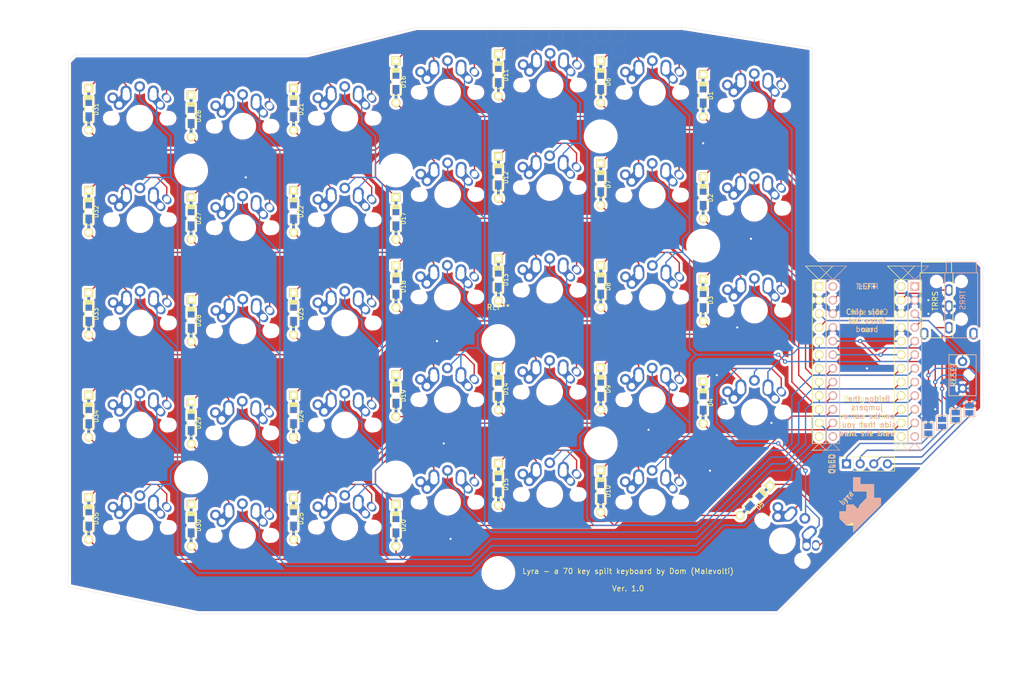
<source format=kicad_pcb>
(kicad_pcb (version 20211014) (generator pcbnew)
  (layers (0 "F.Cu" signal) (31 "B.Cu" signal) (34 "B.Paste" user) (35 "F.Paste" user) (36 "B.SilkS" user "B.Silkscreen") (37 "F.SilkS" user "F.Silkscreen") (38 "B.Mask" user) (39 "F.Mask" user) (44 "Edge.Cuts" user))
  (net 0 "")
  (net 1 "Net-(D1-Pad2)")
  (net 2 "Net-(D1-Pad1)")
  (net 3 "Net-(D2-Pad1)")
  (net 4 "Net-(D12-Pad2)")
  (net 5 "Net-(D3-Pad1)")
  (net 6 "Net-(D13-Pad2)")
  (net 7 "Net-(D14-Pad2)")
  (net 8 "Net-(D4-Pad1)")
  (net 9 "Net-(D10-Pad2)")
  (net 10 "Net-(D5-Pad1)")
  (net 11 "Net-(D6-Pad1)")
  (net 12 "Net-(D7-Pad1)")
  (net 13 "Net-(D8-Pad1)")
  (net 14 "Net-(D9-Pad1)")
  (net 15 "Net-(D10-Pad1)")
  (net 16 "Net-(D11-Pad1)")
  (net 17 "Net-(D12-Pad1)")
  (net 18 "Net-(D13-Pad1)")
  (net 19 "Net-(D14-Pad1)")
  (net 20 "Net-(D15-Pad1)")
  (net 21 "Net-(D16-Pad1)")
  (net 22 "Net-(D17-Pad1)")
  (net 23 "Net-(D18-Pad1)")
  (net 24 "Net-(D19-Pad1)")
  (net 25 "Net-(D20-Pad1)")
  (net 26 "Net-(D21-Pad1)")
  (net 27 "Net-(D22-Pad1)")
  (net 28 "Net-(D23-Pad1)")
  (net 29 "Net-(D24-Pad1)")
  (net 30 "Net-(D25-Pad1)")
  (net 31 "Net-(D26-Pad1)")
  (net 32 "Net-(D27-Pad1)")
  (net 33 "Net-(D28-Pad1)")
  (net 34 "Net-(D29-Pad1)")
  (net 35 "Net-(D30-Pad1)")
  (net 36 "Net-(D31-Pad1)")
  (net 37 "Net-(D32-Pad1)")
  (net 38 "Net-(D33-Pad1)")
  (net 39 "Net-(D34-Pad1)")
  (net 40 "Net-(D35-Pad1)")
  (net 41 "Net-(SW1-Pad2)")
  (net 42 "Net-(SW10-Pad2)")
  (net 43 "Net-(SW11-Pad2)")
  (net 44 "Net-(SW16-Pad2)")
  (net 45 "Net-(SW21-Pad2)")
  (net 46 "Net-(SW26-Pad2)")
  (net 47 "Net-(SW31-Pad2)")
  (net 48 "Net-(U1-Pad1)")
  (net 49 "Net-(U1-Pad2)")
  (net 50 "Net-(U1-Pad3)")
  (net 51 "Net-(U1-Pad4)")
  (net 52 "Net-(U1-Pad5)")
  (net 53 "Net-(U1-Pad6)")
  (net 54 "Net-(U1-Pad7)")
  (net 55 "Net-(U1-Pad8)")
  (net 56 "Net-(U1-Pad9)")
  (net 57 "Net-(U1-Pad12)")
  (net 58 "Earth")
  (net 59 "VCC")
  (net 60 "Net-(Reset1-Pad1)")
  (footprint "Keebio:TRRS-PJ-320A-dual" (layer "F.Cu") (at 227.33 88.9)
    (fp_text reference "REF**")
    (fp_text value "TRRS-PJ-320A-dual")
  )
  (footprint "ProMicro:ProMicro" (layer "F.Cu") (at 210.82 105.41 -90)
    (fp_text reference "U1" hide)
    (fp_text value "ATmega32U4-MU")
  )
  (footprint "Keebio:SW_Tactile_SPST_Angled_MJTP1117-no-mount" (layer "F.Cu") (at 229.87 105.41 -90)
    (fp_text reference "RESET")
    (fp_text value "SW_PUSH")
  )
  (footprint "Keebio:Triple-Dual-1u-NOLED" (layer "F.Cu") (at 191.12607 57.715863)
    (fp_text reference "SW1" hide)
    (fp_text value "SW_SPST" hide)
  )
  (footprint "Keebio:Triple-Dual-1u-LED" (layer "F.Cu") (at 191.11039 76.864752)
    (fp_text reference "SW2" hide)
    (fp_text value "SW_SPST" hide)
  )
  (footprint "Keebio:Triple-Dual-1u-LED" (layer "F.Cu") (at 196.359349 138.782287 -45)
    (fp_text reference "SW5" hide)
    (fp_text value "SW_SPST" hide)
  )
  (footprint "Connector_PinSocket_2.54mm:PinSocket_1x04_P2.54mm_Vertical" (layer "F.Cu") (at 208.28 124.46 90)
    (fp_text reference "OLED")
    (fp_text value "PinSocket_1x04_P2.54mm_Vertical" hide)
  )
  (footprint "Jumper:SolderJumper-2_P1.3mm_Open_Pad1.0x1.5mm" (layer "F.Cu") (at 228.6 115.57 90)
    (fp_text reference "REF**" hide)
    (fp_text value "SolderJumper-2_P1.3mm_Open_Pad1.0x1.5mm")
  )
  (footprint "Jumper:SolderJumper-2_P1.3mm_Open_Pad1.0x1.5mm" (layer "F.Cu") (at 226.06 116.84 90)
    (fp_text reference "REF**" hide)
    (fp_text value "SolderJumper-2_P1.3mm_Open_Pad1.0x1.5mm")
  )
  (footprint "Jumper:SolderJumper-2_P1.3mm_Open_Pad1.0x1.5mm" (layer "F.Cu") (at 223.52 118.11 90)
    (fp_text reference "REF**" hide)
    (fp_text value "SolderJumper-2_P1.3mm_Open_Pad1.0x1.5mm")
  )
  (footprint "Jumper:SolderJumper-2_P1.3mm_Open_Pad1.0x1.5mm" (layer "F.Cu") (at 231.14 114.3 90)
    (fp_text reference "REF**" hide)
    (fp_text value "SolderJumper-2_P1.3mm_Open_Pad1.0x1.5mm")
  )
  (footprint "Keebio:Diode-dual" (layer "F.Cu") (at 181.61 55.88 90)
    (fp_text reference "D1")
    (fp_text value "DIODE" hide)
  )
  (footprint "Keebio:Diode-dual" (layer "F.Cu") (at 162.56 53.34 90)
    (fp_text reference "D6")
    (fp_text value "DIODE" hide)
  )
  (footprint "Keebio:Diode-dual" (layer "F.Cu") (at 143.51 52.07 90)
    (fp_text reference "D11")
    (fp_text value "DIODE" hide)
  )
  (footprint "Keebio:Diode-dual" (layer "F.Cu") (at 181.61 74.93 90)
    (fp_text reference "D2")
    (fp_text value "DIODE" hide)
  )
  (footprint "Keebio:Diode-dual" (layer "F.Cu") (at 181.61 93.98 90)
    (fp_text reference "D3")
    (fp_text value "DIODE" hide)
  )
  (footprint "Keebio:Diode-dual" (layer "F.Cu") (at 181.61 113.03 90)
    (fp_text reference "D4")
    (fp_text value "DIODE" hide)
  )
  (footprint "Keebio:Diode-dual" (layer "F.Cu") (at 191.272233 131.307767 45)
    (fp_text reference "D5")
    (fp_text value "DIODE" hide)
  )
  (footprint "Keebio:Diode-dual" (layer "F.Cu") (at 162.56 72.39 90)
    (fp_text reference "D7")
    (fp_text value "DIODE" hide)
  )
  (footprint "Keebio:Diode-dual" (layer "F.Cu") (at 162.56 91.44 90)
    (fp_text reference "D8")
    (fp_text value "DIODE" hide)
  )
  (footprint "Keebio:Diode-dual" (layer "F.Cu") (at 162.56 110.49 90)
    (fp_text reference "D9")
    (fp_text value "DIODE" hide)
  )
  (footprint "Keebio:Diode-dual" (layer "F.Cu") (at 162.56 129.54 90)
    (fp_text reference "D10")
    (fp_text value "DIODE" hide)
  )
  (footprint "Keebio:Diode-dual" (layer "F.Cu") (at 143.51 71.12 90)
    (fp_text reference "D12")
    (fp_text value "DIODE" hide)
  )
  (footprint "Keebio:Diode-dual" (layer "F.Cu") (at 143.51 90.17 90)
    (fp_text reference "D13")
    (fp_text value "DIODE" hide)
  )
  (footprint "Keebio:Diode-dual" (layer "F.Cu") (at 143.51 110.49 90)
    (fp_text reference "D14")
    (fp_text value "DIODE" hide)
  )
  (footprint "Keebio:Diode-dual" (layer "F.Cu") (at 143.51 128.27 90)
    (fp_text reference "D15")
    (fp_text value "DIODE" hide)
  )
  (footprint "Keebio:Diode-dual" (layer "F.Cu") (at 124.46 53.34 90)
    (fp_text reference "D16")
    (fp_text value "DIODE" hide)
  )
  (footprint "Keebio:Diode-dual" (layer "F.Cu") (at 124.46 78.74 90)
    (fp_text reference "D17")
    (fp_text value "DIODE" hide)
  )
  (footprint "Keebio:Diode-dual" (layer "F.Cu") (at 124.46 91.44 90)
    (fp_text reference "D18")
    (fp_text value "DIODE" hide)
  )
  (footprint "Keebio:Diode-dual" (layer "F.Cu") (at 124.46 135.89 90)
    (fp_text reference "D20")
    (fp_text value "DIODE" hide)
  )
  (footprint "Keebio:Diode-dual" (layer "F.Cu") (at 124.46 111.76 90)
    (fp_text reference "D19")
    (fp_text value "DIODE" hide)
  )
  (footprint "Keebio:Diode-dual" (layer "F.Cu") (at 105.41 58.42 90)
    (fp_text reference "D21")
    (fp_text value "DIODE" hide)
  )
  (footprint "Keebio:Diode-dual" (layer "F.Cu") (at 105.41 77.47 90)
    (fp_text reference "D22")
    (fp_text value "DIODE" hide)
  )
  (footprint "Keebio:Diode-dual" (layer "F.Cu") (at 105.41 96.52 90)
    (fp_text reference "D23")
    (fp_text value "DIODE" hide)
  )
  (footprint "Keebio:Diode-dual" (layer "F.Cu") (at 105.41 115.57 90)
    (fp_text reference "D24")
    (fp_text value "DIODE" hide)
  )
  (footprint "Keebio:Diode-dual" (layer "F.Cu") (at 105.41 134.62 90)
    (fp_text reference "D25")
    (fp_text value "DIODE" hide)
  )
  (footprint "Keebio:Diode-dual" (layer "F.Cu") (at 86.36 59.69 90)
    (fp_text reference "D26")
    (fp_text value "DIODE" hide)
  )
  (footprint "Keebio:Diode-dual" (layer "F.Cu") (at 86.36 78.74 90)
    (fp_text reference "D27")
    (fp_text value "DIODE" hide)
  )
  (footprint "Keebio:Diode-dual" (layer "F.Cu") (at 86.36 97.79 90)
    (fp_text reference "D28")
    (fp_text value "DIODE" hide)
  )
  (footprint "Keebio:Diode-dual" (layer "F.Cu") (at 86.36 116.84 90)
    (fp_text reference "D29")
    (fp_text value "DIODE" hide)
  )
  (footprint "Keebio:Diode-dual" (layer "F.Cu") (at 86.36 135.89 90)
    (fp_text reference "D30")
    (fp_text value "DIODE" hide)
  )
  (footprint "Keebio:Diode-dual" (layer "F.Cu") (at 67.31 58.42 90)
    (fp_text reference "D31")
    (fp_text value "DIODE" hide)
  )
  (footprint "Keebio:Diode-dual" (layer "F.Cu") (at 67.31 77.47 90)
    (fp_text reference "D32")
    (fp_text value "DIODE" hide)
  )
  (footprint "Keebio:Diode-dual" (layer "F.Cu") (at 67.31 96.52 90)
    (fp_text reference "D33")
    (fp_text value "DIODE" hide)
  )
  (footprint "Keebio:Diode-dual" (layer "F.Cu") (at 67.31 115.57 90)
    (fp_text reference "D34")
    (fp_text value "DIODE" hide)
  )
  (footprint "Keebio:Diode-dual" (layer "F.Cu") (at 67.31 134.62 90)
    (fp_text reference "D35")
    (fp_text value "DIODE" hide)
  )
  (footprint "MountingHole:MountingHole_5.3mm_M5" (layer "F.Cu") (at 162.56 63.5)
    (fp_text reference "REF**" hide)
    (fp_text value "MountingHole_5.3mm_M5")
  )
  (footprint "MountingHole:MountingHole_5.3mm_M5" (layer "F.Cu") (at 181.61 83.82)
    (fp_text reference "REF**" hide)
    (fp_text value "MountingHole_5.3mm_M5")
  )
  (footprint "MountingHole:MountingHole_5.3mm_M5" (layer "F.Cu") (at 162.56 120.65)
    (fp_text reference "REF**" hide)
    (fp_text value "MountingHole_5.3mm_M5")
  )
  (footprint "MountingHole:MountingHole_5.3mm_M5" (layer "F.Cu") (at 143.51 101.6)
    (fp_text reference "REF**")
    (fp_text value "MountingHole_5.3mm_M5")
  )
  (footprint "MountingHole:MountingHole_5.3mm_M5" (layer "F.Cu") (at 143.51 144.78)
    (fp_text reference "REF**" hide)
    (fp_text value "MountingHole_5.3mm_M5")
  )
  (footprint "MountingHole:MountingHole_5.3mm_M5" (layer "F.Cu") (at 124.46 127)
    (fp_text reference "REF**" hide)
    (fp_text value "MountingHole_5.3mm_M5")
  )
  (footprint "MountingHole:MountingHole_5.3mm_M5" (layer "F.Cu") (at 124.46 69.85)
    (fp_text reference "REF**" hide)
    (fp_text value "MountingHole_5.3mm_M5")
  )
  (footprint "MountingHole:MountingHole_5.3mm_M5" (layer "F.Cu") (at 86.36 69.85)
    (fp_text reference "REF**" hide)
    (fp_text value "MountingHole_5.3mm_M5")
  )
  (footprint "MountingHole:MountingHole_5.3mm_M5" (layer "F.Cu") (at 86.36 127)
    (fp_text reference "REF**" hide)
    (fp_text value "MountingHole_5.3mm_M5")
  )
  (footprint "Keebio:Triple-Dual-1u-LED" (layer "F.Cu") (at 114.933848 60.112381)
    (fp_text reference "SW21" hide)
    (fp_text value "SW_SPST" hide)
  )
  (footprint "Keebio:Triple-Dual-1u-LED" (layer "F.Cu") (at 191.144731 95.827327)
    (fp_text reference "SW3" hide)
    (fp_text value "SW_SPST" hide)
  )
  (footprint "Keebio:Triple-Dual-1u-LED" (layer "F.Cu") (at 134.018785 112.508496)
    (fp_text reference "SW19" hide)
    (fp_text value "SW_SPST" hide)
  )
  (footprint "Keebio:Triple-Dual-1u-LED" (layer "F.Cu") (at 153.059495 73.001849)
    (fp_text reference "SW12" hide)
    (fp_text value "SW_SPST" hide)
  )
  (footprint "Keebio:Triple-Dual-1u-LED" (layer "F.Cu") (at 134.04671 131.581205)
    (fp_text reference "SW20" hide)
    (fp_text value "SW_SPST" hide)
  )
  (footprint "Keebio:Triple-Dual-1u-LED" (layer "F.Cu") (at 172.158797 55.297393)
    (fp_text reference "SW6" hide)
    (fp_text value "SW_SPST" hide)
  )
  (footprint "Keebio:Triple-Dual-1u-LED" (layer "F.Cu") (at 153.040258 111.097459)
    (fp_text reference "SW14" hide)
    (fp_text value "SW_SPST" hide)
  )
  (footprint "Keebio:Triple-Dual-1u-LED" (layer "F.Cu") (at 134.052457 55.285922)
    (fp_text reference "SW16" hide)
    (fp_text value "SW_SPST" hide)
  )
  (footprint "Keebio:Triple-Dual-1u-LED" (layer "F.Cu") (at 114.938378 79.008517)
    (fp_text reference "SW22" hide)
    (fp_text value "SW_SPST" hide)
  )
  (footprint "Keebio:Triple-Dual-1u-LED" (layer "F.Cu") (at 153.059495 92.112546)
    (fp_text reference "SW13" hide)
    (fp_text value "SW_SPST" hide)
  )
  (footprint "Keebio:Triple-Dual-1u-LED" (layer "F.Cu") (at 95.868899 118.696987)
    (fp_text reference "SW29" hide)
    (fp_text value "SW_SPST" hide)
  )
  (footprint "Keebio:Triple-Dual-1u-LED" (layer "F.Cu") (at 172.132745 74.421052)
    (fp_text reference "SW7" hide)
    (fp_text value "SW_SPST" hide)
  )
  (footprint "Keebio:Triple-Dual-1u-LED" (layer "F.Cu") (at 172.142702 112.520801)
    (fp_text reference "SW9" hide)
    (fp_text value "SW_SPST" hide)
  )
  (footprint "Keebio:Triple-Dual-1u-LED" (layer "F.Cu") (at 114.938378 98.232487)
    (fp_text reference "SW23" hide)
    (fp_text value "SW_SPST" hide)
  )
  (footprint "Keebio:Triple-Dual-1u-LED" (layer "F.Cu") (at 95.895368 137.770223)
    (fp_text reference "SW30" hide)
    (fp_text value "SW_SPST" hide)
  )
  (footprint "Keebio:Triple-Dual-1u-LED" (layer "F.Cu") (at 114.938378 136.235066)
    (fp_text reference "SW25" hide)
    (fp_text value "SW_SPST" hide)
  )
  (footprint "Keebio:Triple-Dual-1u-LED" (layer "F.Cu") (at 172.127252 131.574462)
    (fp_text reference "SW10" hide)
    (fp_text value "SW_SPST" hide)
  )
  (footprint "Keebio:Triple-Dual-1u-LED" (layer "F.Cu") (at 95.933988 61.595597)
    (fp_text reference "SW26" hide)
    (fp_text value "SW_SPST" hide)
  )
  (footprint "Keebio:Triple-Dual-1u-LED" (layer "F.Cu") (at 76.827142 136.283913)
    (fp_text reference "SW35" hide)
    (fp_text value "SW_SPST" hide)
  )
  (footprint "Keebio:Triple-Dual-1u-LED" (layer "F.Cu") (at 76.862253 98.221023)
    (fp_text reference "SW33" hide)
    (fp_text value "SW_SPST" hide)
  )
  (footprint "Keebio:Triple-Dual-1u-LED" (layer "F.Cu") (at 95.962276 99.677953)
    (fp_text reference "SW28" hide)
    (fp_text value "SW_SPST" hide)
  )
  (footprint "Keebio:Triple-Dual-1u-LED" (layer "F.Cu") (at 172.167649 93.428069)
    (fp_text reference "SW8" hide)
    (fp_text value "SW_SPST" hide)
  )
  (footprint "Keebio:Triple-Dual-1u-LED" (layer "F.Cu") (at 191.145524 114.819683)
    (fp_text reference "SW4" hide)
    (fp_text value "SW_SPST" hide)
  )
  (footprint "Keebio:Triple-Dual-1u-LED" (layer "F.Cu") (at 134.070443 74.307527)
    (fp_text reference "SW17" hide)
    (fp_text value "SW_SPST" hide)
  )
  (footprint "Keebio:Triple-Dual-1u-LED" (layer "F.Cu") (at 76.827142 117.218674)
    (fp_text reference "SW34" hide)
    (fp_text value "SW_SPST" hide)
  )
  (footprint "Keebio:Triple-Dual-1u-LED" (layer "F.Cu") (at 76.784083 60.108182)
    (fp_text reference "SW31" hide)
    (fp_text value "SW_SPST" hide)
  )
  (footprint "Keebio:Triple-Dual-1u-LED" (layer "F.Cu") (at 153.130525 53.927554)
    (fp_text reference "SW11" hide)
    (fp_text value "SW_SPST" hide)
  )
  (footprint "Keebio:Triple-Dual-1u-LED" (layer "F.Cu") (at 95.937284 80.493971)
    (fp_text reference "SW27" hide)
    (fp_text value "SW_SPST" hide)
  )
  (footprint "Keebio:Triple-Dual-1u-LED" (layer "F.Cu") (at 134.018785 93.396911)
    (fp_text reference "SW18" hide)
    (fp_text value "SW_SPST" hide)
  )
  (footprint "Keebio:Triple-Dual-1u-LED" (layer "F.Cu") (at 153.069854 130.149852)
    (fp_text reference "SW15" hide)
    (fp_text value "SW_SPST" hide)
  )
  (footprint "Keebio:Triple-Dual-1u-LED" (layer "F.Cu") (at 76.827142 78.996908)
    (fp_text reference "SW32" hide)
    (fp_text value "SW_SPST" hide)
  )
  (footprint "Keebio:Triple-Dual-1u-LED" (layer "F.Cu") (at 114.938378 117.22103)
    (fp_text reference "SW24" hide)
    (fp_text value "SW_SPST" hide)
  )
  (footprint "ProMicro:ProMicro" (layer "B.Cu") (at 213.36 105.41 -90)
    (fp_text reference "REF**" hide)
    (fp_text value "ProMicro")
  )
  (footprint "Jumper:SolderJumper-2_P1.3mm_Open_Pad1.0x1.5mm" (layer "B.Cu") (at 223.52 118.11 -90)
    (fp_text reference "REF**" hide)
    (fp_text value "SolderJumper-2_P1.3mm_Open_Pad1.0x1.5mm")
  )
  (footprint "Jumper:SolderJumper-2_P1.3mm_Open_Pad1.0x1.5mm" (layer "B.Cu") (at 226.06 116.84 -90)
    (fp_text reference "REF**" hide)
    (fp_text value "SolderJumper-2_P1.3mm_Open_Pad1.0x1.5mm")
  )
  (footprint "Jumper:SolderJumper-2_P1.3mm_Open_Pad1.0x1.5mm" (layer "B.Cu") (at 228.6 115.57 -90)
    (fp_text reference "REF**" hide)
    (fp_text value "SolderJumper-2_P1.3mm_Open_Pad1.0x1.5mm")
  )
  (footprint "Jumper:SolderJumper-2_P1.3mm_Open_Pad1.0x1.5mm" (layer "B.Cu") (at 231.14 114.3 -90)
    (fp_text reference "REF**" hide)
    (fp_text value "SolderJumper-2_P1.3mm_Open_Pad1.0x1.5mm")
  )
  (gr_poly (pts (xy 210.82 133.35) (xy 210.82 134.62) (xy 208.28 135.89) (xy 207.01 134.62) (xy 207.01 133.35) (xy 208.28 133.35) (xy 208.28 132.08) (xy 209.55 132.08)) (layer "B.SilkS") (width 0.1) (fill solid))
  (gr_poly (pts (xy 209.55 137.16) (xy 209.55 135.89) (xy 210.82 135.89)) (layer "B.SilkS") (width 0.1) (fill solid))
  (gr_line (start 208.28 87.63) (end 205.74 90.17) (layer "B.SilkS") (width 0.12))
  (gr_line (start 223.52 87.63) (end 220.98 90.17) (layer "B.SilkS") (width 0.12))
  (gr_line (start 207.01 121.92) (end 205.74 120.65) (layer "B.SilkS") (width 0.12))
  (gr_line (start 222.25 121.92) (end 220.98 120.65) (layer "B.SilkS") (width 0.12))
  (gr_curve (pts (xy 149.704572 48.066322) (xy 149.704572 48.066322) (xy 149.704572 46.99) (xy 149.704572 46.99)) (layer "B.SilkS") (width 0.0125))
  (gr_curve (pts (xy 155.497286 48.066322) (xy 155.497286 48.066322) (xy 155.497286 46.99) (xy 155.497286 46.99)) (layer "B.SilkS") (width 0.0125))
  (gr_curve (pts (xy 147.910237 43.259103) (xy 147.49928 43.259103) (xy 147.166134 43.600525) (xy 147.166134 44.021691)) (layer "B.SilkS") (width 0.0125))
  (gr_curve (pts (xy 155.497286 45.098013) (xy 155.497286 45.098013) (xy 155.497286 44.021691) (xy 155.497286 44.021691)) (layer "B.SilkS") (width 0.0125))
  (gr_curve (pts (xy 149.704572 44.021691) (xy 149.704572 43.600525) (xy 149.371426 43.259103) (xy 148.960469 43.259103)) (layer "B.SilkS") (width 0.0125))
  (gr_curve (pts (xy 144.269777 51.034632) (xy 144.269777 51.455797) (xy 144.602923 51.79722) (xy 145.01388 51.79722)) (layer "B.SilkS") (width 0.0125))
  (gr_curve (pts (xy 153.702951 45.860601) (xy 153.702951 45.860601) (xy 154.753183 45.860601) (xy 154.753183 45.860601)) (layer "B.SilkS") (width 0.0125))
  (gr_curve (pts (xy 141.37342 48.066322) (xy 141.37342 48.487488) (xy 141.706566 48.828911) (xy 142.117523 48.828911)) (layer "B.SilkS") (width 0.0125))
  (gr_curve (pts (xy 148.960469 46.227412) (xy 148.960469 46.227412) (xy 147.910237 46.227412) (xy 147.910237 46.227412)) (layer "B.SilkS") (width 0.0125))
  (gr_curve (pts (xy 146.064112 51.79722) (xy 146.475069 51.79722) (xy 146.808215 51.455797) (xy 146.808215 51.034632)) (layer "B.SilkS") (width 0.0125))
  (gr_curve (pts (xy 146.064112 49.195722) (xy 146.064112 49.195722) (xy 145.01388 49.195722) (xy 145.01388 49.195722)) (layer "B.SilkS") (width 0.0125))
  (gr_curve (pts (xy 161.29 48.066322) (xy 161.29 48.066322) (xy 161.29 46.99) (xy 161.29 46.99)) (layer "B.SilkS") (width 0.0125))
  (gr_curve (pts (xy 147.166134 46.99) (xy 147.166134 46.99) (xy 147.166134 48.066322) (xy 147.166134 48.066322)) (layer "B.SilkS") (width 0.0125))
  (gr_curve (pts (xy 164.544277 46.99) (xy 164.544277 46.99) (xy 164.544277 48.066322) (xy 164.544277 48.066322)) (layer "B.SilkS") (width 0.0125))
  (gr_curve (pts (xy 158.751563 46.99) (xy 158.751563 46.99) (xy 158.751563 48.066322) (xy 158.751563 48.066322)) (layer "B.SilkS") (width 0.0125))
  (gr_curve (pts (xy 160.545897 52.103477) (xy 160.545897 52.103477) (xy 159.495665 52.103477) (xy 159.495665 52.103477)) (layer "B.SilkS") (width 0.0125))
  (gr_curve (pts (xy 164.186357 44.021691) (xy 164.186357 43.600525) (xy 163.853211 43.259103) (xy 163.442254 43.259103)) (layer "B.SilkS") (width 0.0125))
  (gr_curve (pts (xy 141.37342 45.098013) (xy 141.37342 45.519179) (xy 141.706566 45.860601) (xy 142.117523 45.860601)) (layer "B.SilkS") (width 0.0125))
  (gr_curve (pts (xy 143.911858 49.95831) (xy 143.911858 49.537144) (xy 143.578711 49.195722) (xy 143.167755 49.195722)) (layer "B.SilkS") (width 0.0125))
  (gr_curve (pts (xy 158.751563 48.066322) (xy 158.751563 48.487488) (xy 159.084709 48.828911) (xy 159.495665 48.828911)) (layer "B.SilkS") (width 0.0125))
  (gr_curve (pts (xy 161.29 51.034632) (xy 161.29 51.034632) (xy 161.29 49.95831) (xy 161.29 49.95831)) (layer "B.SilkS") (width 0.0125))
  (gr_curve (pts (xy 163.442254 43.259103) (xy 163.442254 43.259103) (xy 162.392022 43.259103) (xy 162.392022 43.259103)) (layer "B.SilkS") (width 0.0125))
  (gr_curve (pts (xy 164.544277 48.066322) (xy 164.544277 48.487488) (xy 164.877423 48.828911) (xy 165.28838 48.828911)) (layer "B.SilkS") (width 0.0125))
  (gr_curve (pts (xy 141.37342 49.95831) (xy 141.37342 49.95831) (xy 141.37342 51.034632) (xy 141.37342 51.034632)) (layer "B.SilkS") (width 0.0125))
  (gr_curve (pts (xy 159.495665 48.828911) (xy 159.495665 48.828911) (xy 160.545897 48.828911) (xy 160.545897 48.828911)) (layer "B.SilkS") (width 0.0125))
  (gr_curve (pts (xy 167.082714 49.95831) (xy 167.082714 49.537144) (xy 166.749568 49.195722) (xy 166.338611 49.195722)) (layer "B.SilkS") (width 0.0125))
  (gr_curve (pts (xy 147.166134 45.098013) (xy 147.166134 45.519179) (xy 147.49928 45.860601) (xy 147.910237 45.860601)) (layer "B.SilkS") (width 0.0125))
  (gr_curve (pts (xy 167.082714 46.99) (xy 167.082714 46.568835) (xy 166.749568 46.227412) (xy 166.338611 46.227412)) (layer "B.SilkS") (width 0.0125))
  (gr_curve (pts (xy 165.28838 43.259103) (xy 164.877423 43.259103) (xy 164.544277 43.600525) (xy 164.544277 44.021691)) (layer "B.SilkS") (width 0.0125))
  (gr_curve (pts (xy 154.753183 48.828911) (xy 155.16414 48.828911) (xy 155.497286 48.487488) (xy 155.497286 48.066322)) (layer "B.SilkS") (width 0.0125))
  (gr_curve (pts (xy 152.600929 49.95831) (xy 152.600929 49.537144) (xy 152.267783 49.195722) (xy 151.856826 49.195722)) (layer "B.SilkS") (width 0.0125))
  (gr_curve (pts (xy 152.958848 49.95831) (xy 152.958848 49.95831) (xy 152.958848 51.034632) (xy 152.958848 51.034632)) (layer "B.SilkS") (width 0.0125))
  (gr_line (start 204.47 121.92) (end 207.01 121.92) (layer "B.SilkS") (width 0.12))
  (gr_curve (pts (xy 162.392022 43.259103) (xy 161.981066 43.259103) (xy 161.64792 43.600525) (xy 161.64792 44.021691)) (layer "B.SilkS") (width 0.0125))
  (gr_curve (pts (xy 160.545897 45.860601) (xy 160.956854 45.860601) (xy 161.29 45.519179) (xy 161.29 45.098013)) (layer "B.SilkS") (width 0.0125))
  (gr_curve (pts (xy 163.442254 49.195722) (xy 163.442254 49.195722) (xy 162.392022 49.195722) (xy 162.392022 49.195722)) (layer "B.SilkS") (width 0.0125))
  (gr_curve (pts (xy 152.958848 45.098013) (xy 152.958848 45.519179) (xy 153.291995 45.860601) (xy 153.702951 45.860601)) (layer "B.SilkS") (width 0.0125))
  (gr_line (start 218.44 87.63) (end 223.52 87.63) (layer "B.SilkS") (width 0.12))
  (gr_curve (pts (xy 165.28838 46.227412) (xy 164.877423 46.227412) (xy 164.544277 46.568835) (xy 164.544277 46.99)) (layer "B.SilkS") (width 0.0125))
  (gr_curve (pts (xy 154.753183 46.227412) (xy 154.753183 46.227412) (xy 153.702951 46.227412) (xy 153.702951 46.227412)) (layer "B.SilkS") (width 0.0125))
  (gr_curve (pts (xy 141.37342 51.034632) (xy 141.37342 51.455797) (xy 141.706566 51.79722) (xy 142.117523 51.79722)) (layer "B.SilkS") (width 0.0125))
  (gr_curve (pts (xy 158.751563 51.034632) (xy 158.751563 51.455797) (xy 159.084709 51.79722) (xy 159.495665 51.79722)) (layer "B.SilkS") (width 0.0125))
  (gr_curve (pts (xy 142.117523 51.79722) (xy 142.117523 51.79722) (xy 143.167755 51.79722) (xy 143.167755 51.79722)) (layer "B.SilkS") (width 0.0125))
  (gr_curve (pts (xy 145.01388 49.195722) (xy 144.602923 49.195722) (xy 144.269777 49.537144) (xy 144.269777 49.95831)) (layer "B.SilkS") (width 0.0125))
  (gr_curve (pts (xy 153.702951 43.259103) (xy 153.291995 43.259103) (xy 152.958848 43.600525) (xy 152.958848 44.021691)) (layer "B.SilkS") (width 0.0125))
  (gr_curve (pts (xy 161.29 45.098013) (xy 161.29 45.098013) (xy 161.29 44.021691) (xy 161.29 44.021691)) (layer "B.SilkS") (width 0.0125))
  (gr_curve (pts (xy 159.495665 46.227412) (xy 159.084709 46.227412) (xy 158.751563 46.568835) (xy 158.751563 46.99)) (layer "B.SilkS") (width 0.0125))
  (gr_curve (pts (xy 150.806594 51.79722) (xy 150.806594 51.79722) (xy 151.856826 51.79722) (xy 151.856826 51.79722)) (layer "B.SilkS") (width 0.0125))
  (gr_curve (pts (xy 159.495665 49.195722) (xy 159.084709 49.195722) (xy 158.751563 49.537144) (xy 158.751563 49.95831)) (layer "B.SilkS") (width 0.0125))
  (gr_curve (pts (xy 166.338611 49.195722) (xy 166.338611 49.195722) (xy 165.28838 49.195722) (xy 165.28838 49.195722)) (layer "B.SilkS") (width 0.0125))
  (gr_curve (pts (xy 155.497286 51.034632) (xy 155.497286 51.034632) (xy 155.497286 49.95831) (xy 155.497286 49.95831)) (layer "B.SilkS") (width 0.0125))
  (gr_curve (pts (xy 166.338611 46.227412) (xy 166.338611 46.227412) (xy 165.28838 46.227412) (xy 165.28838 46.227412)) (layer "B.SilkS") (width 0.0125))
  (gr_curve (pts (xy 155.497286 49.95831) (xy 155.497286 49.537144) (xy 155.16414 49.195722) (xy 154.753183 49.195722)) (layer "B.SilkS") (width 0.0125))
  (gr_line (start 219.71 121.92) (end 222.25 121.92) (layer "B.SilkS") (width 0.12))
  (gr_curve (pts (xy 153.702951 51.79722) (xy 153.702951 51.79722) (xy 154.753183 51.79722) (xy 154.753183 51.79722)) (layer "B.SilkS") (width 0.0125))
  (gr_curve (pts (xy 147.910237 45.860601) (xy 147.910237 45.860601) (xy 148.960469 45.860601) (xy 148.960469 45.860601)) (layer "B.SilkS") (width 0.0125))
  (gr_curve (pts (xy 165.28838 45.860601) (xy 165.28838 45.860601) (xy 166.338611 45.860601) (xy 166.338611 45.860601)) (layer "B.SilkS") (width 0.0125))
  (gr_curve (pts (xy 144.269777 49.95831) (xy 144.269777 49.95831) (xy 144.269777 51.034632) (xy 144.269777 51.034632)) (layer "B.SilkS") (width 0.0125))
  (gr_curve (pts (xy 160.545897 43.259103) (xy 160.545897 43.259103) (xy 159.495665 43.259103) (xy 159.495665 43.259103)) (layer "B.SilkS") (width 0.0125))
  (gr_curve (pts (xy 142.117523 45.860601) (xy 142.117523 45.860601) (xy 143.167755 45.860601) (xy 143.167755 45.860601)) (layer "B.SilkS") (width 0.0125))
  (gr_curve (pts (xy 161.29 46.99) (xy 161.29 46.568835) (xy 160.956854 46.227412) (xy 160.545897 46.227412)) (layer "B.SilkS") (width 0.0125))
  (gr_curve (pts (xy 160.545897 49.195722) (xy 160.545897 49.195722) (xy 159.495665 49.195722) (xy 159.495665 49.195722)) (layer "B.SilkS") (width 0.0125))
  (gr_curve (pts (xy 149.704572 49.95831) (xy 149.704572 49.537144) (xy 149.371426 49.195722) (xy 148.960469 49.195722)) (layer "B.SilkS") (width 0.0125))
  (gr_curve (pts (xy 158.751563 53.942387) (xy 158.751563 54.363553) (xy 159.084709 54.704975) (xy 159.495665 54.704975)) (layer "B.SilkS") (width 0.0125))
  (gr_curve (pts (xy 148.960469 51.79722) (xy 149.371426 51.79722) (xy 149.704572 51.455797) (xy 149.704572 51.034632)) (layer "B.SilkS") (width 0.0125))
  (gr_curve (pts (xy 150.062491 51.034632) (xy 150.062491 51.455797) (xy 150.395637 51.79722) (xy 150.806594 51.79722)) (layer "B.SilkS") (width 0.0125))
  (gr_line (start 203.2 87.63) (end 208.28 87.63) (layer "B.SilkS") (width 0.12))
  (gr_curve (pts (xy 147.910237 49.195722) (xy 147.49928 49.195722) (xy 147.166134 49.537144) (xy 147.166134 49.95831)) (layer "B.SilkS") (width 0.0125))
  (gr_curve (pts (xy 143.167755 45.860601) (xy 143.578711 45.860601) (xy 143.911858 45.519179) (xy 143.911858 45.098013)) (layer "B.SilkS") (width 0.0125))
  (gr_curve (pts (xy 147.910237 51.79722) (xy 147.910237 51.79722) (xy 148.960469 51.79722) (xy 148.960469 51.79722)) (layer "B.SilkS") (width 0.0125))
  (gr_curve (pts (xy 143.167755 43.259103) (xy 143.167755 43.259103) (xy 142.117523 43.259103) (xy 142.117523 43.259103)) (layer "B.SilkS") (width 0.0125))
  (gr_curve (pts (xy 165.28838 48.828911) (xy 165.28838 48.828911) (xy 166.338611 48.828911) (xy 166.338611 48.828911)) (layer "B.SilkS") (width 0.0125))
  (gr_curve (pts (xy 152.600929 51.034632) (xy 152.600929 51.034632) (xy 152.600929 49.95831) (xy 152.600929 49.95831)) (layer "B.SilkS") (width 0.0125))
  (gr_curve (pts (xy 160.545897 51.79722) (xy 160.956854 51.79722) (xy 161.29 51.455797) (xy 161.29 51.034632)) (layer "B.SilkS") (width 0.0125))
  (gr_curve (pts (xy 162.392022 51.79722) (xy 162.392022 51.79722) (xy 163.442254 51.79722) (xy 163.442254 51.79722)) (layer "B.SilkS") (width 0.0125))
  (gr_curve (pts (xy 164.186357 51.034632) (xy 164.186357 51.034632) (xy 164.186357 49.95831) (xy 164.186357 49.95831)) (layer "B.SilkS") (width 0.0125))
  (gr_curve (pts (xy 142.117523 49.195722) (xy 141.706566 49.195722) (xy 141.37342 49.537144) (xy 141.37342 49.95831)) (layer "B.SilkS") (width 0.0125))
  (gr_curve (pts (xy 142.117523 43.259103) (xy 141.706566 43.259103) (xy 141.37342 43.600525) (xy 141.37342 44.021691)) (layer "B.SilkS") (width 0.0125))
  (gr_curve (pts (xy 148.960469 43.259103) (xy 148.960469 43.259103) (xy 147.910237 43.259103) (xy 147.910237 43.259103)) (layer "B.SilkS") (width 0.0125))
  (gr_curve (pts (xy 153.702951 48.828911) (xy 153.702951 48.828911) (xy 154.753183 48.828911) (xy 154.753183 48.828911)) (layer "B.SilkS") (width 0.0125))
  (gr_curve (pts (xy 148.960469 48.828911) (xy 149.371426 48.828911) (xy 149.704572 48.487488) (xy 149.704572 48.066322)) (layer "B.SilkS") (width 0.0125))
  (gr_curve (pts (xy 149.704572 46.99) (xy 149.704572 46.568835) (xy 149.371426 46.227412) (xy 148.960469 46.227412)) (layer "B.SilkS") (width 0.0125))
  (gr_curve (pts (xy 146.808215 51.034632) (xy 146.808215 51.034632) (xy 146.808215 49.95831) (xy 146.808215 49.95831)) (layer "B.SilkS") (width 0.0125))
  (gr_curve (pts (xy 146.808215 49.95831) (xy 146.808215 49.537144) (xy 146.475069 49.195722) (xy 146.064112 49.195722)) (layer "B.SilkS") (width 0.0125))
  (gr_curve (pts (xy 166.338611 51.79722) (xy 166.749568 51.79722) (xy 167.082714 51.455797) (xy 167.082714 51.034632)) (layer "B.SilkS") (width 0.0125))
  (gr_curve (pts (xy 164.544277 49.95831) (xy 164.544277 49.95831) (xy 164.544277 51.034632) (xy 164.544277 51.034632)) (layer "B.SilkS") (width 0.0125))
  (gr_curve (pts (xy 143.167755 49.195722) (xy 143.167755 49.195722) (xy 142.117523 49.195722) (xy 142.117523 49.195722)) (layer "B.SilkS") (width 0.0125))
  (gr_curve (pts (xy 159.495665 45.860601) (xy 159.495665 45.860601) (xy 160.545897 45.860601) (xy 160.545897 45.860601)) (layer "B.SilkS") (width 0.0125))
  (gr_curve (pts (xy 161.64792 49.95831) (xy 161.64792 49.95831) (xy 161.64792 51.034632) (xy 161.64792 51.034632)) (layer "B.SilkS") (width 0.0125))
  (gr_curve (pts (xy 162.392022 45.860601) (xy 162.392022 45.860601) (xy 163.442254 45.860601) (xy 163.442254 45.860601)) (layer "B.SilkS") (width 0.0125))
  (gr_curve (pts (xy 161.29 52.866065) (xy 161.29 52.4449) (xy 160.956854 52.103477) (xy 160.545897 52.103477)) (layer "B.SilkS") (width 0.0125))
  (gr_curve (pts (xy 151.856826 51.79722) (xy 152.267783 51.79722) (xy 152.600929 51.455797) (xy 152.600929 51.034632)) (layer "B.SilkS") (width 0.0125))
  (gr_curve (pts (xy 148.960469 49.195722) (xy 148.960469 49.195722) (xy 147.910237 49.195722) (xy 147.910237 49.195722)) (layer "B.SilkS") (width 0.0125))
  (gr_curve (pts (xy 152.958848 48.066322) (xy 152.958848 48.487488) (xy 153.291995 48.828911) (xy 153.702951 48.828911)) (layer "B.SilkS") (width 0.0125))
  (gr_curve (pts (xy 141.37342 44.021691) (xy 141.37342 44.021691) (xy 141.37342 45.098013) (xy 141.37342 45.098013)) (layer "B.SilkS") (width 0.0125))
  (gr_curve (pts (xy 154.753183 43.259103) (xy 154.753183 43.259103) (xy 153.702951 43.259103) (xy 153.702951 43.259103)) (layer "B.SilkS") (width 0.0125))
  (gr_curve (pts (xy 161.64792 45.098013) (xy 161.64792 45.519179) (xy 161.981066 45.860601) (xy 162.392022 45.860601)) (layer "B.SilkS") (width 0.0125))
  (gr_line (start 205.74 120.65) (end 204.47 121.92) (layer "B.SilkS") (width 0.12))
  (gr_curve (pts (xy 161.64792 44.021691) (xy 161.64792 44.021691) (xy 161.64792 45.098013) (xy 161.64792 45.098013)) (layer "B.SilkS") (width 0.0125))
  (gr_curve (pts (xy 161.29 44.021691) (xy 161.29 43.600525) (xy 160.956854 43.259103) (xy 160.545897 43.259103)) (layer "B.SilkS") (width 0.0125))
  (gr_curve (pts (xy 152.958848 44.021691) (xy 152.958848 44.021691) (xy 152.958848 45.098013) (xy 152.958848 45.098013)) (layer "B.SilkS") (width 0.0125))
  (gr_curve (pts (xy 147.910237 48.828911) (xy 147.910237 48.828911) (xy 148.960469 48.828911) (xy 148.960469 48.828911)) (layer "B.SilkS") (width 0.0125))
  (gr_curve (pts (xy 167.082714 44.021691) (xy 167.082714 43.600525) (xy 166.749568 43.259103) (xy 166.338611 43.259103)) (layer "B.SilkS") (width 0.0125))
  (gr_curve (pts (xy 166.338611 48.828911) (xy 166.749568 48.828911) (xy 167.082714 48.487488) (xy 167.082714 48.066322)) (layer "B.SilkS") (width 0.0125))
  (gr_curve (pts (xy 154.753183 45.860601) (xy 155.16414 45.860601) (xy 155.497286 45.519179) (xy 155.497286 45.098013)) (layer "B.SilkS") (width 0.0125))
  (gr_curve (pts (xy 158.751563 52.866065) (xy 158.751563 52.866065) (xy 158.751563 53.942387) (xy 158.751563 53.942387)) (layer "B.SilkS") (width 0.0125))
  (gr_curve (pts (xy 143.167755 48.828911) (xy 143.578711 48.828911) (xy 143.911858 48.487488) (xy 143.911858 48.066322)) (layer "B.SilkS") (width 0.0125))
  (gr_curve (pts (xy 165.28838 49.195722) (xy 164.877423 49.195722) (xy 164.544277 49.537144) (xy 164.544277 49.95831)) (layer "B.SilkS") (width 0.0125))
  (gr_curve (pts (xy 161.29 49.95831) (xy 161.29 49.537144) (xy 160.956854 49.195722) (xy 160.545897 49.195722)) (layer "B.SilkS") (width 0.0125))
  (gr_curve (pts (xy 153.702951 46.227412) (xy 153.291995 46.227412) (xy 152.958848 46.568835) (xy 152.958848 46.99)) (layer "B.SilkS") (width 0.0125))
  (gr_curve (pts (xy 143.911858 44.021691) (xy 143.911858 43.600525) (xy 143.578711 43.259103) (xy 143.167755 43.259103)) (layer "B.SilkS") (width 0.0125))
  (gr_curve (pts (xy 154.753183 51.79722) (xy 155.16414 51.79722) (xy 155.497286 51.455797) (xy 155.497286 51.034632)) (layer "B.SilkS") (width 0.0125))
  (gr_curve (pts (xy 164.544277 44.021691) (xy 164.544277 44.021691) (xy 164.544277 45.098013) (xy 164.544277 45.098013)) (layer "B.SilkS") (width 0.0125))
  (gr_curve (pts (xy 141.37342 46.99) (xy 141.37342 46.99) (xy 141.37342 48.066322) (xy 141.37342 48.066322)) (layer "B.SilkS") (width 0.0125))
  (gr_curve (pts (xy 150.062491 49.95831) (xy 150.062491 49.95831) (xy 150.062491 51.034632) (xy 150.062491 51.034632)) (layer "B.SilkS") (width 0.0125))
  (gr_curve (pts (xy 152.958848 51.034632) (xy 152.958848 51.455797) (xy 153.291995 51.79722) (xy 153.702951 51.79722)) (layer "B.SilkS") (width 0.0125))
  (gr_curve (pts (xy 143.911858 48.066322) (xy 143.911858 48.066322) (xy 143.911858 46.99) (xy 143.911858 46.99)) (layer "B.SilkS") (width 0.0125))
  (gr_curve (pts (xy 160.545897 46.227412) (xy 160.545897 46.227412) (xy 159.495665 46.227412) (xy 159.495665 46.227412)) (layer "B.SilkS") (width 0.0125))
  (gr_curve (pts (xy 154.753183 49.195722) (xy 154.753183 49.195722) (xy 153.702951 49.195722) (xy 153.702951 49.195722)) (layer "B.SilkS") (width 0.0125))
  (gr_curve (pts (xy 165.28838 51.79722) (xy 165.28838 51.79722) (xy 166.338611 51.79722) (xy 166.338611 51.79722)) (layer "B.SilkS") (width 0.0125))
  (gr_curve (pts (xy 159.495665 54.704975) (xy 159.495665 54.704975) (xy 160.545897 54.704975) (xy 160.545897 54.704975)) (layer "B.SilkS") (width 0.0125))
  (gr_curve (pts (xy 167.082714 51.034632) (xy 167.082714 51.034632) (xy 167.082714 49.95831) (xy 167.082714 49.95831)) (layer "B.SilkS") (width 0.0125))
  (gr_curve (pts (xy 167.082714 45.098013) (xy 167.082714 45.098013) (xy 167.082714 44.021691) (xy 167.082714 44.021691)) (layer "B.SilkS") (width 0.0125))
  (gr_curve (pts (xy 164.186357 49.95831) (xy 164.186357 49.537144) (xy 163.853211 49.195722) (xy 163.442254 49.195722)) (layer "B.SilkS") (width 0.0125))
  (gr_curve (pts (xy 155.497286 44.021691) (xy 155.497286 43.600525) (xy 155.16414 43.259103) (xy 154.753183 43.259103)) (layer "B.SilkS") (width 0.0125))
  (gr_curve (pts (xy 153.702951 49.195722) (xy 153.291995 49.195722) (xy 152.958848 49.537144) (xy 152.958848 49.95831)) (layer "B.SilkS") (width 0.0125))
  (gr_line (start 220.98 90.17) (end 218.44 87.63) (layer "B.SilkS") (width 0.12))
  (gr_curve (pts (xy 143.167755 46.227412) (xy 143.167755 46.227412) (xy 142.117523 46.227412) (xy 142.117523 46.227412)) (layer "B.SilkS") (width 0.0125))
  (gr_curve (pts (xy 147.166134 44.021691) (xy 147.166134 44.021691) (xy 147.166134 45.098013) (xy 147.166134 45.098013)) (layer "B.SilkS") (width 0.0125))
  (gr_curve (pts (xy 159.495665 52.103477) (xy 159.084709 52.103477) (xy 158.751563 52.4449) (xy 158.751563 52.866065)) (layer "B.SilkS") (width 0.0125))
  (gr_curve (pts (xy 160.545897 48.828911) (xy 160.956854 48.828911) (xy 161.29 48.487488) (xy 161.29 48.066322)) (layer "B.SilkS") (width 0.0125))
  (gr_curve (pts (xy 147.166134 48.066322) (xy 147.166134 48.487488) (xy 147.49928 48.828911) (xy 147.910237 48.828911)) (layer "B.SilkS") (width 0.0125))
  (gr_curve (pts (xy 149.704572 45.098013) (xy 149.704572 45.098013) (xy 149.704572 44.021691) (xy 149.704572 44.021691)) (layer "B.SilkS") (width 0.0125))
  (gr_curve (pts (xy 166.338611 43.259103) (xy 166.338611 43.259103) (xy 165.28838 43.259103) (xy 165.28838 43.259103)) (layer "B.SilkS") (width 0.0125))
  (gr_curve (pts (xy 158.751563 45.098013) (xy 158.751563 45.519179) (xy 159.084709 45.860601) (xy 159.495665 45.860601)) (layer "B.SilkS") (width 0.0125))
  (gr_curve (pts (xy 143.911858 46.99) (xy 143.911858 46.568835) (xy 143.578711 46.227412) (xy 143.167755 46.227412)) (layer "B.SilkS") (width 0.0125))
  (gr_curve (pts (xy 162.392022 49.195722) (xy 161.981066 49.195722) (xy 161.64792 49.537144) (xy 161.64792 49.95831)) (layer "B.SilkS") (width 0.0125))
  (gr_curve (pts (xy 147.910237 46.227412) (xy 147.49928 46.227412) (xy 147.166134 46.568835) (xy 147.166134 46.99)) (layer "B.SilkS") (width 0.0125))
  (gr_curve (pts (xy 143.167755 51.79722) (xy 143.578711 51.79722) (xy 143.911858 51.455797) (xy 143.911858 51.034632)) (layer "B.SilkS") (width 0.0125))
  (gr_curve (pts (xy 143.911858 45.098013) (xy 143.911858 45.098013) (xy 143.911858 44.021691) (xy 143.911858 44.021691)) (layer "B.SilkS") (width 0.0125))
  (gr_curve (pts (xy 158.751563 49.95831) (xy 158.751563 49.95831) (xy 158.751563 51.034632) (xy 158.751563 51.034632)) (layer "B.SilkS") (width 0.0125))
  (gr_line (start 205.74 90.17) (end 203.2 87.63) (layer "B.SilkS") (width 0.12))
  (gr_curve (pts (xy 160.545897 54.704975) (xy 160.956854 54.704975) (xy 161.29 54.363553) (xy 161.29 53.942387)) (layer "B.SilkS") (width 0.0125))
  (gr_curve (pts (xy 164.186357 45.098013) (xy 164.186357 45.098013) (xy 164.186357 44.021691) (xy 164.186357 44.021691)) (layer "B.SilkS") (width 0.0125))
  (gr_curve (pts (xy 167.082714 48.066322) (xy 167.082714 48.066322) (xy 167.082714 46.99) (xy 167.082714 46.99)) (layer "B.SilkS") (width 0.0125))
  (gr_curve (pts (xy 151.856826 49.195722) (xy 151.856826 49.195722) (xy 150.806594 49.195722) (xy 150.806594 49.195722)) (layer "B.SilkS") (width 0.0125))
  (gr_curve (pts (xy 152.958848 46.99) (xy 152.958848 46.99) (xy 152.958848 48.066322) (xy 152.958848 48.066322)) (layer "B.SilkS") (width 0.0125))
  (gr_curve (pts (xy 164.544277 45.098013) (xy 164.544277 45.519179) (xy 164.877423 45.860601) (xy 165.28838 45.860601)) (layer "B.SilkS") (width 0.0125))
  (gr_curve (pts (xy 161.29 53.942387) (xy 161.29 53.942387) (xy 161.29 52.866065) (xy 161.29 52.866065)) (layer "B.SilkS") (width 0.0125))
  (gr_curve (pts (xy 158.751563 44.021691) (xy 158.751563 44.021691) (xy 158.751563 45.098013) (xy 158.751563 45.098013)) (layer "B.SilkS") (width 0.0125))
  (gr_curve (pts (xy 163.442254 45.860601) (xy 163.853211 45.860601) (xy 164.186357 45.519179) (xy 164.186357 45.098013)) (layer "B.SilkS") (width 0.0125))
  (gr_curve (pts (xy 142.117523 48.828911) (xy 142.117523 48.828911) (xy 143.167755 48.828911) (xy 143.167755 48.828911)) (layer "B.SilkS") (width 0.0125))
  (gr_curve (pts (xy 147.166134 51.034632) (xy 147.166134 51.455797) (xy 147.49928 51.79722) (xy 147.910237 51.79722)) (layer "B.SilkS") (width 0.0125))
  (gr_curve (pts (xy 147.166134 49.95831) (xy 147.166134 49.95831) (xy 147.166134 51.034632) (xy 147.166134 51.034632)) (layer "B.SilkS") (width 0.0125))
  (gr_curve (pts (xy 159.495665 43.259103) (xy 159.084709 43.259103) (xy 158.751563 43.600525) (xy 158.751563 44.021691)) (layer "B.SilkS") (width 0.0125))
  (gr_curve (pts (xy 148.960469 45.860601) (xy 149.371426 45.860601) (xy 149.704572 45.519179) (xy 149.704572 45.098013)) (layer "B.SilkS") (width 0.0125))
  (gr_curve (pts (xy 142.117523 46.227412) (xy 141.706566 46.227412) (xy 141.37342 46.568835) (xy 141.37342 46.99)) (layer "B.SilkS") (width 0.0125))
  (gr_curve (pts (xy 163.442254 51.79722) (xy 163.853211 51.79722) (xy 164.186357 51.455797) (xy 164.186357 51.034632)) (layer "B.SilkS") (width 0.0125))
  (gr_curve (pts (xy 161.64792 51.034632) (xy 161.64792 51.455797) (xy 161.981066 51.79722) (xy 162.392022 51.79722)) (layer "B.SilkS") (width 0.0125))
  (gr_curve (pts (xy 143.911858 51.034632) (xy 143.911858 51.034632) (xy 143.911858 49.95831) (xy 143.911858 49.95831)) (layer "B.SilkS") (width 0.0125))
  (gr_curve (pts (xy 155.497286 46.99) (xy 155.497286 46.568835) (xy 155.16414 46.227412) (xy 154.753183 46.227412)) (layer "B.SilkS") (width 0.0125))
  (gr_curve (pts (xy 159.495665 51.79722) (xy 159.495665 51.79722) (xy 160.545897 51.79722) (xy 160.545897 51.79722)) (layer "B.SilkS") (width 0.0125))
  (gr_poly (pts (xy 210.82 128.27) (xy 213.36 128.27) (xy 213.36 130.81) (xy 214.63 130.81) (xy 214.63 132.08) (xy 210.82 135.89) (xy 209.55 135.89) (xy 209.55 134.62) (xy 210.82 132.08) (xy 212.09 130.81) (xy 212.09 129.54) (xy 209.55 129.54) (xy 209.55 127) (xy 210.82 127)) (layer "B.SilkS") (width 0.1) (fill solid))
  (gr_line (start 220.98 120.65) (end 219.71 121.92) (layer "B.SilkS") (width 0.12))
  (gr_curve (pts (xy 149.704572 51.034632) (xy 149.704572 51.034632) (xy 149.704572 49.95831) (xy 149.704572 49.95831)) (layer "B.SilkS") (width 0.0125))
  (gr_curve (pts (xy 164.544277 51.034632) (xy 164.544277 51.455797) (xy 164.877423 51.79722) (xy 165.28838 51.79722)) (layer "B.SilkS") (width 0.0125))
  (gr_curve (pts (xy 150.806594 49.195722) (xy 150.395637 49.195722) (xy 150.062491 49.537144) (xy 150.062491 49.95831)) (layer "B.SilkS") (width 0.0125))
  (gr_curve (pts (xy 166.338611 45.860601) (xy 166.749568 45.860601) (xy 167.082714 45.519179) (xy 167.082714 45.098013)) (layer "B.SilkS") (width 0.0125))
  (gr_curve (pts (xy 145.01388 51.79722) (xy 145.01388 51.79722) (xy 146.064112 51.79722) (xy 146.064112 51.79722)) (layer "B.SilkS") (width 0.0125))
  (gr_poly (pts (xy 210.82 128.27) (xy 213.36 128.27) (xy 213.36 130.81) (xy 214.63 130.81) (xy 214.63 132.08) (xy 210.82 135.89) (xy 209.55 135.89) (xy 209.55 134.62) (xy 210.82 132.08) (xy 212.09 130.81) (xy 212.09 129.54) (xy 209.55 129.54) (xy 209.55 127) (xy 210.82 127)) (layer "F.SilkS") (width 0.1) (fill solid))
  (gr_poly (pts (xy 209.55 135.89) (xy 208.28 135.89) (xy 208.28 134.62) (xy 209.55 134.62)) (layer "F.SilkS") (width 0.1) (fill solid))
  (gr_line (start 205.74 87.63) (end 200.66 87.63) (layer "F.SilkS") (width 0.12))
  (gr_line (start 220.98 87.63) (end 218.44 90.17) (layer "F.SilkS") (width 0.12))
  (gr_line (start 201.93 121.92) (end 203.2 120.65) (layer "F.SilkS") (width 0.12))
  (gr_line (start 219.71 121.92) (end 218.44 120.65) (layer "F.SilkS") (width 0.12))
  (gr_line (start 217.17 121.92) (end 219.71 121.92) (layer "F.SilkS") (width 0.12))
  (gr_line (start 203.2 120.65) (end 204.47 121.92) (layer "F.SilkS") (width 0.12))
  (gr_line (start 218.44 120.65) (end 217.17 121.92) (layer "F.SilkS") (width 0.12))
  (gr_line (start 204.47 121.92) (end 201.93 121.92) (layer "F.SilkS") (width 0.12))
  (gr_line (start 203.2 90.17) (end 205.74 87.63) (layer "F.SilkS") (width 0.12))
  (gr_poly (pts (xy 209.55 135.89) (xy 208.28 135.89) (xy 208.28 134.62) (xy 209.55 134.62)) (layer "F.SilkS") (width 0.1) (fill solid))
  (gr_line (start 218.44 90.17) (end 215.9 87.63) (layer "F.SilkS") (width 0.12))
  (gr_line (start 200.66 87.63) (end 203.2 90.17) (layer "F.SilkS") (width 0.12))
  (gr_poly (pts (xy 210.82 133.35) (xy 210.82 134.62) (xy 208.28 135.89) (xy 207.01 134.62) (xy 207.01 133.35) (xy 208.28 133.35) (xy 208.28 132.08) (xy 209.55 132.08)) (layer "F.SilkS") (width 0.1) (fill solid))
  (gr_poly (pts (xy 209.55 137.16) (xy 209.55 135.89) (xy 210.82 135.89)) (layer "F.SilkS") (width 0.1) (fill solid))
  (gr_line (start 215.9 87.63) (end 220.98 87.63) (layer "F.SilkS") (width 0.12))
  (gr_line (start 201.93 82.55) (end 201.93 50.8) (layer "Edge.Cuts") (width 0.05))
  (gr_line (start 64.77 48.26) (end 67.31 48.26) (layer "Edge.Cuts") (width 0.05))
  (gr_line (start 63.5 49.53) (end 63.5 52.07) (layer "Edge.Cuts") (width 0.05))
  (gr_line (start 201.93 85.09) (end 201.93 82.55) (layer "Edge.Cuts") (width 0.05))
  (gr_line (start 233.68 87.63) (end 233.68 114.3) (layer "Edge.Cuts") (width 0.05))
  (gr_line (start 201.93 50.8) (end 201.93 46.99) (layer "Edge.Cuts") (width 0.05))
  (gr_line (start 177.8 43.18) (end 128.27 43.18) (layer "Edge.Cuts") (width 0.05))
  (gr_line (start 63.5 49.53) (end 64.77 48.26) (layer "Edge.Cuts") (width 0.05))
  (gr_line (start 107.95 48.26) (end 128.27 43.18) (layer "Edge.Cuts") (width 0.05))
  (gr_line (start 233.68 87.63) (end 232.41 86.36) (layer "Edge.Cuts") (width 0.05))
  (gr_line (start 63.5 147.32) (end 63.5 52.07) (layer "Edge.Cuts") (width 0.05))
  (gr_line (start 67.31 48.26) (end 107.95 48.26) (layer "Edge.Cuts") (width 0.05))
  (gr_line (start 87.63 152.4) (end 63.5 147.32) (layer "Edge.Cuts") (width 0.05))
  (gr_line (start 195.58 152.4) (end 87.63 152.4) (layer "Edge.Cuts") (width 0.05))
  (gr_line (start 232.41 86.36) (end 203.2 86.36) (layer "Edge.Cuts") (width 0.05))
  (gr_line (start 177.8 43.18) (end 201.93 46.99) (layer "Edge.Cuts") (width 0.05))
  (gr_line (start 233.68 114.3) (end 195.58 152.4) (layer "Edge.Cuts") (width 0.05))
  (gr_line (start 203.2 86.36) (end 201.93 85.09) (layer "Edge.Cuts") (width 0.05))
  (gr_text "Bridge the \njumpers\non the same \nside that you \nwant the oled" (at 212.09 115.57) (layer "B.SilkS") (effects (font (size 1 1)) (justify mirror)))
  (gr_text "Chip side \nfaces the\nboard" (at 212.09 97.79) (layer "B.SilkS") (effects (font (size 1 1)) (justify mirror)))
  (gr_text "Lyra" (at 208.28 130.81 45) (layer "B.SilkS") (effects (font (size 1 1)) (justify mirror)))
  (gr_text "RIGHT\n" (at 212.09 91.44) (layer "B.SilkS") (effects (font (size 1 1)) (justify mirror)))
  (gr_text "LEFT\n" (at 212.09 91.44) (layer "F.SilkS") (effects (font (size 1 1))))
  (gr_text "Chip side \nfaces the\nboard" (at 212.09 97.79) (layer "F.SilkS") (effects (font (size 1 1))))
  (gr_text "Lyra" (at 208.28 130.81 45) (layer "F.SilkS") (effects (font (size 1 1))))
  (gr_text "Lyra - a 70 key split keyboard by Dom (Malevolti)\n\nVer. 1.0" (at 167.64 146.05) (layer "F.SilkS") (effects (font (size 1 1))))
  (gr_text "Bridge the \njumpers\non the same \nside that you \nwant the oled" (at 212.09 115.57) (layer "F.SilkS") (effects (font (size 1 1))))
  (segment (start 124.46 82.64) (end 125.64 83.82) (width 0.25) (layer "F.Cu") (net 0))
  (segment (start 181.61 116.93) (end 184.06 119.38) (width 0.25) (layer "F.Cu") (net 0))
  (segment (start 105.41 119.47) (end 109.13 123.19) (width 0.25) (layer "F.Cu") (net 0))
  (segment (start 184.06 62.23) (end 167.46 62.23) (width 0.25) (layer "F.Cu") (net 0))
  (segment (start 147.275 135.935) (end 132.035 135.935) (width 0.25) (layer "F.Cu") (net 0))
  (segment (start 165.055 116.885) (end 127.045 116.885) (width 0.25) (layer "F.Cu") (net 0))
  (segment (start 196.85 105.41) (end 195.58 104.14) (width 0.25) (layer "F.Cu") (net 0))
  (segment (start 165.055 97.835) (end 162.56 95.34) (width 0.25) (layer "F.Cu") (net 0))
  (segment (start 205.74 114.3) (end 204.47 115.57) (width 0.25) (layer "F.Cu") (net 0))
  (segment (start 201.93 113.03) (end 198.12 109.22) (width 0.25) (layer "F.Cu") (net 0))
  (segment (start 195.58 100.33) (end 184.06 100.33) (width 0.25) (layer "F.Cu") (net 0))
  (segment (start 165.01 78.74) (end 133.35 78.74) (width 0.25) (layer "F.Cu") (net 0))
  (segment (start 167.46 62.23) (end 165.01 59.78) (width 0.25) (layer "F.Cu") (net 0))
  (segment (start 109.13 142.24) (end 109.22 142.24) (width 0.25) (layer "F.Cu") (net 0))
  (segment (start 109.22 66.04) (end 88.9 66.04) (width 0.25) (layer "F.Cu") (net 0))
  (segment (start 105.41 100.42) (end 109.13 104.14) (width 0.25) (layer "F.Cu") (net 0))
  (segment (start 130.81 78.74) (end 125.73 83.82) (width 0.25) (layer "F.Cu") (net 0))
  (segment (start 165.01 59.78) (end 127.09 59.78) (width 0.25) (layer "F.Cu") (net 0))
  (segment (start 120.74 123.19) (end 71.03 123.19) (width 0.25) (layer "F.Cu") (net 0))
  (segment (start 132.035 135.935) (end 125.73 142.24) (width 0.25) (layer "F.Cu") (net 0))
  (segment (start 205.74 109.22) (end 204.47 110.49) (width 0.25) (layer "F.Cu") (net 0))
  (segment (start 194.31 120.65) (end 180.34 134.62) (width 0.25) (layer "F.Cu") (net 0))
  (segment (start 199.39 107.95) (end 199.39 90.17) (width 0.25) (layer "F.Cu") (net 0))
  (segment (start 143.51 55.97) (end 147.23 59.69) (width 0.25) (layer "F.Cu") (net 0))
  (segment (start 86.36 101.69) (end 88.81 104.14) (width 0.25) (layer "F.Cu") (net 0))
  (segment (start 184.15 119.38) (end 167.55 119.38) (width 0.25) (layer "F.Cu") (net 0))
  (segment (start 124.46 95.34) (end 126.955 97.835) (width 0.25) (layer "F.Cu") (net 0))
  (segment (start 205.74 111.76) (end 204.47 113.03) (width 0.25) (layer "F.Cu") (net 0))
  (segment (start 109.13 66.04) (end 109.22 66.04) (width 0.25) (layer "F.Cu") (net 0))
  (segment (start 126.955 97.835) (end 127.045 97.835) (width 0.25) (layer "F.Cu") (net 0))
  (segment (start 210.82 123.19) (end 210.82 124.46) (width 0.25) (layer "F.Cu") (net 0))
  (segment (start 147.32 78.74) (end 147.23 78.74) (width 0.25) (layer "F.Cu") (net 0))
  (segment (start 124.46 115.66) (end 125.82 115.66) (width 0.25) (layer "F.Cu") (net 0))
  (segment (start 214.63 123.19) (end 213.36 124.46) (width 0.25) (layer "F.Cu") (net 0))
  (segment (start 124.46 139.79) (end 124.46 140.97) (width 0.25) (layer "F.Cu") (net 0))
  (segment (start 88.81 104.14) (end 88.9 104.14) (width 0.25) (layer "F.Cu") (net 0))
  (segment (start 105.41 81.37) (end 109.13 85.09) (width 0.25) (layer "F.Cu") (net 0))
  (segment (start 145.96 116.84) (end 146.05 116.84) (width 0.25) (layer "F.Cu") (net 0))
  (segment (start 133.35 78.74) (end 130.81 78.74) (width 0.25) (layer "F.Cu") (net 0))
  (segment (start 228.6 116.22) (end 228.6 116.84) (width 0.25) (layer "F.Cu") (net 0))
  (segment (start 165.01 59.78) (end 162.56 57.33) (width 0.25) (layer "F.Cu") (net 0))
  (segment (start 182.88 87.63) (end 180.34 87.63) (width 0.25) (layer "F.Cu") (net 0))
  (segment (start 217.17 115.57) (end 198.12 115.57) (width 0.25) (layer "F.Cu") (net 0))
  (segment (start 182.88 87.63) (end 184.15 86.36) (width 0.25) (layer "F.Cu") (net 0))
  (segment (start 189.23 62.23) (end 184.06 62.23) (width 0.25) (layer "F.Cu") (net 0))
  (segment (start 184.15 86.36) (end 189.23 86.36) (width 0.25) (layer "F.Cu") (net 0))
  (segment (start 88.81 66.04) (end 88.9 66.04) (width 0.25) (layer "F.Cu") (net 0))
  (segment (start 199.39 72.39) (end 189.23 62.23) (width 0.25) (layer "F.Cu") (net 0))
  (segment (start 210.82 120.65) (end 208.28 123.19) (width 0.25) (layer "F.Cu") (net 0))
  (segment (start 126.91 59.78) (end 120.65 66.04) (width 0.25) (layer "F.Cu") (net 0))
  (segment (start 188.514517 134.065483) (end 180.894517 134.065483) (width 0.25) (layer "F.Cu") (net 0))
  (segment (start 196.85 118.11) (end 194.31 120.65) (width 0.25) (layer "F.Cu") (net 0))
  (segment (start 222.25 121.92) (end 212.09 121.92) (width 0.25) (layer "F.Cu") (net 0))
  (segment (start 143.51 132.17) (end 147.275 135.935) (width 0.25) (layer "F.Cu") (net 0))
  (segment (start 88.9 66.04) (end 71.03 66.04) (width 0.25) (layer "F.Cu") (net 0))
  (segment (start 180.34 87.63) (end 173.99 81.28) (width 0.25) (layer "F.Cu") (net 0))
  (segment (start 167.55 81.28) (end 165.01 78.74) (width 0.25) (layer "F.Cu") (net 0))
  (segment (start 205.74 106.68) (end 204.47 107.95) (width 0.25) (layer "F.Cu") (net 0))
  (segment (start 120.74 104.14) (end 71.03 104.14) (width 0.25) (layer "F.Cu") (net 0))
  (segment (start 71.03 104.14) (end 67.31 100.42) (width 0.25) (layer "F.Cu") (net 0))
  (segment (start 200.66 90.17) (end 199.39 88.9) (width 0.25) (layer "F.Cu") (net 0))
  (segment (start 184.06 119.38) (end 184.15 119.38) (width 0.25) (layer "F.Cu") (net 0))
  (segment (start 222.25 123.19) (end 214.63 123.19) (width 0.25) (layer "F.Cu") (net 0))
  (segment (start 222.25 120.65) (end 210.82 120.65) (width 0.25) (layer "F.Cu") (net 0))
  (segment (start 127 59.69) (end 127.09 59.78) (width 0.25) (layer "F.Cu") (net 0))
  (segment (start 86.36 139.79) (end 88.81 142.24) (width 0.25) (layer "F.Cu") (net 0))
  (segment (start 199.39 88.9) (end 199.39 72.39) (width 0.25) (layer "F.Cu") (net 0))
  (segment (start 165.055 97.835) (end 127.045 97.835) (width 0.25) (layer "F.Cu") (net 0))
  (segment (start 88.81 85.09) (end 88.9 85.09) (width 0.25) (layer "F.Cu") (net 0))
  (segment (start 217.17 107.95) (end 201.93 107.95) (width 0.25) (layer "F.Cu") (net 0))
  (segment (start 71.03 66.04) (end 67.31 62.32) (width 0.25) (layer "F.Cu") (net 0))
  (segment (start 109.13 85.09) (end 109.22 85.09) (width 0.25) (layer "F.Cu") (net 0))
  (segment (start 124.46 57.24) (end 126.91 59.69) (width 0.25) (layer "F.Cu") (net 0))
  (segment (start 173.99 81.28) (end 167.55 81.28) (width 0.25) (layer "F.Cu") (net 0))
  (segment (start 228.6 116.84) (end 222.25 123.19) (width 0.25) (layer "F.Cu") (net 0))
  (segment (start 143.51 75.02) (end 147.23 78.74) (width 0.25) (layer "F.Cu") (net 0))
  (segment (start 126.91 59.69) (end 127 59.69) (width 0.25) (layer "F.Cu") (net 0))
  (segment (start 212.09 121.92) (end 210.82 123.19) (width 0.25) (layer "F.Cu") (net 0))
  (segment (start 217.17 118.11) (end 196.85 118.11) (width 0.25) (layer "F.Cu") (net 0))
  (segment (start 218.44 111.76) (end 217.17 113.03) (width 0.25) (layer "F.Cu") (net 0))
  (segment (start 71.03 142.24) (end 67.31 138.52) (width 0.25) (layer "F.Cu") (net 0))
  (segment (start 223.52 119.38) (end 222.25 120.65) (width 0.25) (layer "F.Cu") (net 0))
  (segment (start 162.56 76.29) (end 165.01 78.74) (width 0.25) (layer "F.Cu") (net 0))
  (segment (start 71.03 85.09) (end 67.31 81.37) (width 0.25) (layer "F.Cu") (net 0))
  (segment (start 194.31 119.38) (end 184.15 119.38) (width 0.25) (layer "F.Cu") (net 0))
  (segment (start 205.74 110.49) (end 217.17 110.49) (width 0.25) (layer "F.Cu") (net 0))
  (segment (start 143.51 94.07) (end 147.23 97.79) (width 0.25) (layer "F.Cu") (net 0))
  (segment (start 201.93 107.95) (end 200.66 106.68) (width 0.25) (layer "F.Cu") (net 0))
  (segment (start 222.25 124.46) (end 231.14 115.57) (width 0.25) (layer "F.Cu") (net 0))
  (segment (start 184.06 100.33) (end 167.55 100.33) (width 0.25) (layer "F.Cu") (net 0))
  (segment (start 166.37 134.62) (end 165.055 135.935) (width 0.25) (layer "F.Cu") (net 0))
  (segment (start 218.44 109.22) (end 217.17 110.49) (width 0.25) (layer "F.Cu") (net 0))
  (segment (start 218.44 106.68) (end 217.17 107.95) (width 0.25) (layer "F.Cu") (net 0))
  (segment (start 208.28 123.19) (end 208.28 124.46) (width 0.25) (layer "F.Cu") (net 0))
  (segment (start 215.9 124.46) (end 222.25 124.46) (width 0.25) (layer "F.Cu") (net 0))
  (segment (start 167.55 119.38) (end 165.055 116.885) (width 0.25) (layer "F.Cu") (net 0))
  (segment (start 109.13 123.19) (end 109.22 123.19) (width 0.25) (layer "F.Cu") (net 0))
  (segment (start 125.73 142.24) (end 71.03 142.24) (width 0.25) (layer "F.Cu") (net 0))
  (segment (start 120.65 66.04) (end 109.22 66.04) (width 0.25) (layer "F.Cu") (net 0))
  (segment (start 231.14 115.57) (end 231.14 114.95) (width 0.25) (layer "F.Cu") (net 0))
  (segment (start 180.34 134.62) (end 166.37 134.62) (width 0.25) (layer "F.Cu") (net 0))
  (segment (start 127.09 59.78) (end 126.91 59.78) (width 0.25) (layer "F.Cu") (net 0))
  (segment (start 200.66 106.68) (end 200.66 90.17) (width 0.25) (layer "F.Cu") (net 0))
  (segment (start 105.41 62.32) (end 109.13 66.04) (width 0.25) (layer "F.Cu") (net 0))
  (segment (start 195.58 120.65) (end 200.66 125.73) (width 0.25) (layer "F.Cu") (net 0))
  (segment (start 125.64 83.82) (end 125.73 83.82) (width 0.25) (layer "F.Cu") (net 0))
  (segment (start 205.74 110.49) (end 201.93 110.49) (width 0.25) (layer "F.Cu") (net 0))
  (segment (start 226.06 117.49) (end 226.06 118.11) (width 0.25) (layer "F.Cu") (net 0))
  (segment (start 165.055 135.935) (end 162.56 133.44) (width 0.25) (layer "F.Cu") (net 0))
  (segment (start 167.55 100.33) (end 165.055 97.835) (width 0.25) (layer "F.Cu") (net 0))
  (segment (start 189.14 86.36) (end 181.61 78.83) (width 0.25) (layer "F.Cu") (net 0))
  (segment (start 198.12 109.22) (end 198.12 102.87) (width 0.25) (layer "F.Cu") (net 0))
  (segment (start 188.514517 134.065483) (end 187.405483 134.065483) (width 0.25) (layer "F.Cu") (net 0))
  (segment (start 86.36 63.59) (end 88.81 66.04) (width 0.25) (layer "F.Cu") (net 0))
  (segment (start 127.045 97.835) (end 120.74 104.14) (width 0.25) (layer "F.Cu") (net 0))
  (segment (start 71.03 123.19) (end 67.31 119.47) (width 0.25) (layer "F.Cu") (net 0))
  (segment (start 198.12 115.57) (end 194.31 119.38) (width 0.25) (layer "F.Cu") (net 0))
  (segment (start 143.51 114.39) (end 145.96 116.84) (width 0.25) (layer "F.Cu") (net 0))
  (segment (start 199.39 90.17) (end 195.58 86.36) (width 0.25) (layer "F.Cu") (net 0))
  (segment (start 86.36 82.64) (end 88.81 85.09) (width 0.25) (layer "F.Cu") (net 0))
  (segment (start 86.36 120.74) (end 88.81 123.19) (width 0.25) (layer "F.Cu") (net 0))
  (segment (start 181.61 59.78) (end 184.06 62.23) (width 0.25) (layer "F.Cu") (net 0))
  (segment (start 218.44 114.3) (end 217.17 115.57) (width 0.25) (layer "F.Cu") (net 0))
  (segment (start 217.17 113.03) (end 201.93 113.03) (width 0.25) (layer "F.Cu") (net 0))
  (segment (start 201.93 110.49) (end 199.39 107.95) (width 0.25) (layer "F.Cu") (net 0))
  (segment (start 105.41 138.52) (end 109.13 142.24) (width 0.25) (layer "F.Cu") (net 0))
  (segment (start 127.045 116.885) (end 120.74 123.19) (width 0.25) (layer "F.Cu") (net 0))
  (segment (start 223.52 118.76) (end 223.52 119.38) (width 0.25) (layer "F.Cu") (net 0))
  (segment (start 109.22 85.09) (end 71.03 85.09) (width 0.25) (layer "F.Cu") (net 0))
  (segment (start 218.44 116.84) (end 217.17 118.11) (width 0.25) (layer "F.Cu") (net 0))
  (segment (start 180.894517 134.065483) (end 180.34 134.62) (width 0.25) (layer "F.Cu") (net 0))
  (segment (start 198.12 102.87) (end 195.58 100.33) (width 0.25) (layer "F.Cu") (net 0))
  (segment (start 181.61 97.88) (end 184.06 100.33) (width 0.25) (layer "F.Cu") (net 0))
  (segment (start 195.58 86.36) (end 189.14 86.36) (width 0.25) (layer "F.Cu") (net 0))
  (segment (start 124.46 85.09) (end 109.22 85.09) (width 0.25) (layer "F.Cu") (net 0))
  (segment (start 205.74 116.84) (end 204.47 118.11) (width 0.25) (layer "F.Cu") (net 0))
  (segment (start 226.06 118.11) (end 222.25 121.92) (width 0.25) (layer "F.Cu") (net 0))
  (segment (start 124.46 140.97) (end 125.73 142.24) (width 0.25) (layer "F.Cu") (net 0))
  (segment (start 165.055 116.885) (end 162.56 114.39) (width 0.25) (layer "F.Cu") (net 0))
  (segment (start 125.73 83.82) (end 124.46 85.09) (width 0.25) (layer "F.Cu") (net 0))
  (segment (start 125.82 115.66) (end 127.045 116.885) (width 0.25) (layer "F.Cu") (net 0))
  (segment (start 88.81 123.19) (end 88.9 123.19) (width 0.25) (layer "F.Cu") (net 0))
  (segment (start 165.055 135.935) (end 147.275 135.935) (width 0.25) (layer "F.Cu") (net 0))
  (segment (start 109.22 104.14) (end 109.13 104.14) (width 0.25) (layer "F.Cu") (net 0))
  (via (at 196.85 105.41) (size 0.8) (drill 0.4) (layers "F.Cu" "B.Cu") (net 0))
  (via (at 200.66 125.73) (size 0.8) (drill 0.4) (layers "F.Cu" "B.Cu") (net 0))
  (via (at 195.58 104.14) (size 0.8) (drill 0.4) (layers "F.Cu" "B.Cu") (net 0))
  (via (at 195.58 120.65) (size 0.8) (drill 0.4) (layers "F.Cu" "B.Cu") (net 0))
  (segment (start 199.39 121.92) (end 199.39 121.92) (width 0.25) (layer "B.Cu") (net 0))
  (segment (start 201.93 115.57) (end 201.93 120.65) (width 0.25) (layer "B.Cu") (net 0))
  (segment (start 198.12 125.73) (end 198.12 127) (width 0.25) (layer "B.Cu") (net 0))
  (segment (start 175.26 54.61) (end 175.26 55.88) (width 0.25) (layer "B.Cu") (net 0))
  (segment (start 199.39 102.87) (end 198.12 101.6) (width 0.25) (layer "B.Cu") (net 0))
  (segment (start 175.26 113.03) (end 179.07 116.84) (width 0.25) (layer "B.Cu") (net 0))
  (segment (start 193.04 104.14) (end 195.58 104.14) (width 0.25) (layer "B.Cu") (net 0))
  (segment (start 95.962276 93.777953) (end 95.962276 95.962276) (width 0.25) (layer "B.Cu") (net 0))
  (segment (start 156.214495 88.842546) (end 156.214495 91.435505) (width 0.25) (layer "B.Cu") (net 0))
  (segment (start 172.142702 108.642702) (end 175.26 111.76) (width 0.25) (layer "B.Cu") (net 0))
  (segment (start 82.55 125.73) (end 82.55 128.27) (width 0.25) (layer "B.Cu") (net 0))
  (segment (start 220.98 101.6) (end 219.71 102.87) (width 0.25) (layer "B.Cu") (net 0))
  (segment (start 228.6 116.22) (end 228.6 116.84) (width 0.25) (layer "B.Cu") (net 0))
  (segment (start 79.347142 130.202858) (end 81.28 128.27) (width 0.25) (layer "B.Cu") (net 0))
  (segment (start 117.458378 74.218517) (end 117.458378 73.041622) (width 0.25) (layer "B.Cu") (net 0))
  (segment (start 102.87 123.19) (end 102.87 85.09) (width 0.25) (layer "B.Cu") (net 0))
  (segment (start 81.28 71.12) (end 82.55 71.12) (width 0.25) (layer "B.Cu") (net 0))
  (segment (start 191.11039 70.964752) (end 191.11039 73.00039) (width 0.25) (layer "B.Cu") (net 0))
  (segment (start 194.31 123.19) (end 180.34 137.16) (width 0.25) (layer "B.Cu") (net 0))
  (segment (start 180.34 138.43) (end 142.24 138.43) (width 0.25) (layer "B.Cu") (net 0))
  (segment (start 160.02 115.57) (end 156.21 111.76) (width 0.25) (layer "B.Cu") (net 0))
  (segment (start 222.25 123.19) (end 214.63 123.19) (width 0.25) (layer "B.Cu") (net 0))
  (segment (start 201.93 120.65) (end 196.85 125.73) (width 0.25) (layer "B.Cu") (net 0))
  (segment (start 139.7 102.87) (end 139.7 100.33) (width 0.25) (layer "B.Cu") (net 0))
  (segment (start 223.52 118.76) (end 223.52 119.38) (width 0.25) (layer "B.Cu") (net 0))
  (segment (start 153.040258 105.197459) (end 153.040258 107.320258) (width 0.25) (layer "B.Cu") (net 0))
  (segment (start 153.059495 86.212546) (end 153.059495 88.289495) (width 0.25) (layer "B.Cu") (net 0))
  (segment (start 137.207457 54.562543) (end 137.16 54.61) (width 0.25) (layer "B.Cu") (net 0))
  (segment (start 137.173785 90.126911) (end 137.173785 92.696215) (width 0.25) (layer "B.Cu") (net 0))
  (segment (start 137.16 55.88) (end 140.97 59.69) (width 0.25) (layer "B.Cu") (net 0))
  (segment (start 117.003444 128.27) (end 119.38 128.27) (width 0.25) (layer "B.Cu") (net 0))
  (segment (start 139.7 102.87) (end 137.757281 102.87) (width 0.25) (layer "B.Cu") (net 0))
  (segment (start 99.117276 96.407953) (end 99.117276 99.002724) (width 0.25) (layer "B.Cu") (net 0))
  (segment (start 155.399706 121.92) (end 153.069854 124.249852) (width 0.25) (layer "B.Cu") (net 0))
  (segment (start 208.28 123.19) (end 208.28 124.46) (width 0.25) (layer "B.Cu") (net 0))
  (segment (start 140.97 104.14) (end 139.7 102.87) (width 0.25) (layer "B.Cu") (net 0))
  (segment (start 153.040258 107.320258) (end 156.21 110.49) (width 0.25) (layer "B.Cu") (net 0))
  (segment (start 137.173785 92.696215) (end 137.16 92.71) (width 0.25) (layer "B.Cu") (net 0))
  (segment (start 179.07 81.28) (end 179.07 78.74) (width 0.25) (layer "B.Cu") (net 0))
  (segment (start 134.052457 51.502457) (end 137.16 54.61) (width 0.25) (layer "B.Cu") (net 0))
  (segment (start 200.66 125.73) (end 200.66 132.08) (width 0.25) (layer "B.Cu") (net 0))
  (segment (start 175.313797 52.027393) (end 175.313797 54.556203) (width 0.25) (layer "B.Cu") (net 0))
  (segment (start 95.868899 114.918899) (end 99.06 118.11) (width 0.25) (layer "B.Cu") (net 0))
  (segment (start 196.85 121.92) (end 194.31 121.92) (width 0.25) (layer "B.Cu") (net 0))
  (segment (start 160.02 115.57) (end 160.02 96.52) (width 0.25) (layer "B.Cu") (net 0))
  (segment (start 201.93 110.49) (end 199.39 113.03) (width 0.25) (layer "B.Cu") (net 0))
  (segment (start 200.66 132.08) (end 201.93 133.35) (width 0.25) (layer "B.Cu") (net 0))
  (segment (start 191.77 106.68) (end 194.31 106.68) (width 0.25) (layer "B.Cu") (net 0))
  (segment (start 99.06 100.33) (end 102.87 104.14) (width 0.25) (layer "B.Cu") (net 0))
  (segment (start 222.25 124.46) (end 215.9 124.46) (width 0.25) (layer "B.Cu") (net 0))
  (segment (start 191.144731 92.084731) (end 194.31 95.25) (width 0.25) (layer "B.Cu") (net 0))
  (segment (start 142.24 138.43) (end 138.43 142.24) (width 0.25) (layer "B.Cu") (net 0))
  (segment (start 201.93 136.803739) (end 201.747503 136.986236) (width 0.25) (layer "B.Cu") (net 0))
  (segment (start 194.31 96.52) (end 198.12 100.33) (width 0.25) (layer "B.Cu") (net 0))
  (segment (start 134.04671 127.69671) (end 137.16 130.81) (width 0.25) (layer "B.Cu") (net 0))
  (segment (start 194.31 93.932058) (end 194.954731 93.287327) (width 0.25) (layer "B.Cu") (net 0))
  (segment (start 156.21 54.61) (end 156.21 53.34) (width 0.25) (layer "B.Cu") (net 0))
  (segment (start 134.018785 87.496911) (end 134.018785 89.568785) (width 0.25) (layer "B.Cu") (net 0))
  (segment (start 185.42 135.89) (end 180.34 140.97) (width 0.25) (layer "B.Cu") (net 0))
  (segment (start 118.11 118.11) (end 121.92 121.92) (width 0.25) (layer "B.Cu") (net 0))
  (segment (start 142.24 139.7) (end 138.43 143.51) (width 0.25) (layer "B.Cu") (net 0))
  (segment (start 194.31 74.935142) (end 194.92039 74.324752) (width 0.25) (layer "B.Cu") (net 0))
  (segment (start 117.458378 131.445066) (end 117.458378 130.191622) (width 0.25) (layer "B.Cu") (net 0))
  (segment (start 203.2 110.49) (end 203.2 109.22) (width 0.25) (layer "B.Cu") (net 0))
  (segment (start 220.98 116.84) (end 219.71 118.11) (width 0.25) (layer "B.Cu") (net 0))
  (segment (start 80.01 118.11) (end 83.82 121.92) (width 0.25) (layer "B.Cu") (net 0))
  (segment (start 203.2 113.03) (end 201.93 113.03) (width 0.25) (layer "B.Cu") (net 0))
  (segment (start 140.97 99.06) (end 140.97 59.69) (width 0.25) (layer "B.Cu") (net 0))
  (segment (start 118.11 116.84) (end 118.11 118.11) (width 0.25) (layer "B.Cu") (net 0))
  (segment (start 184.15 110.49) (end 184.15 116.84) (width 0.25) (layer "B.Cu") (net 0))
  (segment (start 118.093378 94.962487) (end 118.093378 97.773378) (width 0.25) (layer "B.Cu") (net 0))
  (segment (start 137.20171 128.311205) (end 137.20171 130.76829) (width 0.25) (layer "B.Cu") (net 0))
  (segment (start 212.09 121.92) (end 210.82 123.19) (width 0.25) (layer "B.Cu") (net 0))
  (segment (start 196.85 104.14) (end 193.665524 107.324476) (width 0.25) (layer "B.Cu") (net 0))
  (segment (start 153.059495 67.101849) (end 155.391344 64.77) (width 0.25) (layer "B.Cu") (net 0))
  (segment (start 156.195258 107.827459) (end 156.195258 110.475258) (width 0.25) (layer "B.Cu") (net 0))
  (segment (start 80.01 59.69) (end 80.01 60.96) (width 0.25) (layer "B.Cu") (net 0))
  (segment (start 99.050368 134.500223) (end 99.050368 137.150368) (width 0.25) (layer "B.Cu") (net 0))
  (segment (start 175.26 55.88) (end 179.07 59.69) (width 0.25) (layer "B.Cu") (net 0))
  (segment (start 114.938378 94.618378) (end 118.11 97.79) (width 0.25) (layer "B.Cu") (net 0))
  (segment (start 134.070443 68.407527) (end 134.070443 70.570443) (width 0.25) (layer "B.Cu") (net 0))
  (segment (start 219.71 102.87) (end 199.39 102.87) (width 0.25) (layer "B.Cu") (net 0))
  (segment (start 76.862253 94.642253) (end 80.01 97.79) (width 0.25) (layer "B.Cu") (net 0))
  (segment (start 156.21 92.71) (end 156.21 91.44) (width 0.25) (layer "B.Cu") (net 0))
  (segment (start 99.023899 115.426987) (end 99.023899 118.073899) (width 0.25) (layer "B.Cu") (net 0))
  (segment (start 79.347142 131.493913) (end 79.347142 130.202858) (width 0.25) (layer "B.Cu") (net 0))
  (segment (start 78.80405 71.12) (end 81.28 71.12) (width 0.25) (layer "B.Cu") (net 0))
  (segment (start 99.06 81.28) (end 102.87 85.09) (width 0.25) (layer "B.Cu") (net 0))
  (segment (start 99.06 118.11) (end 99.06 119.38) (width 0.25) (layer "B.Cu") (net 0))
  (segment (start 189.23 135.89) (end 185.42 135.89) (width 0.25) (layer "B.Cu") (net 0))
  (segment (start 174.647252 123.154462) (end 176.840857 120.960857) (width 0.25) (layer "B.Cu") (net 0))
  (segment (start 204.47 118.11) (end 204.47 120.65) (width 0.25) (layer "B.Cu") (net 0))
  (segment (start 134.018785 89.568785) (end 137.16 92.71) (width 0.25) (layer "B.Cu") (net 0))
  (segment (start 196.85 125.73) (end 194.31 125.73) (width 0.25) (layer "B.Cu") (net 0))
  (segment (start 137.757281 102.87) (end 134.018785 106.608496) (width 0.25) (layer "B.Cu") (net 0))
  (segment (start 80.01 116.84) (end 80.01 118.11) (width 0.25) (layer "B.Cu") (net 0))
  (segment (start 116.926895 71.12) (end 114.938378 73.108517) (width 0.25) (layer "B.Cu") (net 0))
  (segment (start 99.06 60.96) (end 99.06 62.23) (width 0.25) (layer "B.Cu") (net 0))
  (segment (start 203.2 115.57) (end 201.93 115.57) (width 0.25) (layer "B.Cu") (net 0))
  (segment (start 99.06 138.43) (end 102.87 142.24) (width 0.25) (layer "B.Cu") (net 0))
  (segment (start 99.06 62.23) (end 102.87 66.04) (width 0.25) (layer "B.Cu") (net 0))
  (segment (start 174.605718 85.09) (end 172.167649 87.528069) (width 0.25) (layer "B.Cu") (net 0))
  (segment (start 203.2 134.62) (end 203.2 135.89) (width 0.25) (layer "B.Cu") (net 0))
  (segment (start 99.088988 60.931012) (end 99.06 60.96) (width 0.25) (layer "B.Cu") (net 0))
  (segment (start 82.55 71.12) (end 82.55 63.5) (width 0.25) (layer "B.Cu") (net 0))
  (segment (start 137.16 92.71) (end 137.16 93.98) (width 0.25) (layer "B.Cu") (net 0))
  (segment (start 136.538785 104.088496) (end 137.757281 102.87) (width 0.25) (layer "B.Cu") (net 0))
  (segment (start 155.579495 66.670505) (end 157.48 64.77) (width 0.25) (layer "B.Cu") (net 0))
  (segment (start 78.941055 128.27) (end 81.28 128.27) (width 0.25) (layer "B.Cu") (net 0))
  (segment (start 174.687649 88.638069) (end 174.687649 86.932351) (width 0.25) (layer "B.Cu") (net 0))
  (segment (start 200.66 134.481636) (end 200.531279 134.610357) (width 0.25) (layer "B.Cu") (net 0))
  (segment (start 191.145524 107.304476) (end 191.77 106.68) (width 0.25) (layer "B.Cu") (net 0))
  (segment (start 191.77 73.66) (end 194.31 76.2) (width 0.25) (layer "B.Cu") (net 0))
  (segment (start 123.19 142.24) (end 121.92 140.97) (width 0.25) (layer "B.Cu") (net 0))
  (segment (start 226.06 117.49) (end 226.06 118.11) (width 0.25) (layer "B.Cu") (net 0))
  (segment (start 137.207457 52.015922) (end 137.207457 54.562543) (width 0.25) (layer "B.Cu") (net 0))
  (segment (start 158.75 119.38) (end 160.02 118.11) (width 0.25) (layer "B.Cu") (net 0))
  (segment (start 99.06 99.06) (end 99.06 100.33) (width 0.25) (layer "B.Cu") (net 0))
  (segment (start 102.87 85.09) (end 102.87 66.04) (width 0.25) (layer "B.Cu") (net 0))
  (segment (start 95.933988 55.695597) (end 95.933988 57.833988) (width 0.25) (layer "B.Cu") (net 0))
  (segment (start 194.31 76.2) (end 194.31 74.935142) (width 0.25) (layer "B.Cu") (net 0))
  (segment (start 114.933848 56.513848) (end 118.11 59.69) (width 0.25) (layer "B.Cu") (net 0))
  (segment (start 179.07 78.74) (end 179.07 59.69) (width 0.25) (layer "B.Cu") (net 0))
  (segment (start 199.39 120.65) (end 196.85 123.19) (width 0.25) (layer "B.Cu") (net 0))
  (segment (start 160.02 134.62) (end 160.02 123.19) (width 0.25) (layer "B.Cu") (net 0))
  (segment (start 195.58 105.41) (end 195.58 105.41) (width 0.25) (layer "B.Cu") (net 0))
  (segment (start 155.579495 68.211849) (end 155.579495 66.670505) (width 0.25) (layer "B.Cu") (net 0))
  (segment (start 121.92 124.46) (end 121.92 72.39) (width 0.25) (layer "B.Cu") (net 0))
  (segment (start 203.2 116.84) (end 204.47 118.11) (width 0.25) (layer "B.Cu") (net 0))
  (segment (start 95.937284 76.887284) (end 99.06 80.01) (width 0.25) (layer "B.Cu") (net 0))
  (segment (start 80.01 60.96) (end 82.55 63.5) (width 0.25) (layer "B.Cu") (net 0))
  (segment (start 200.66 120.65) (end 196.85 124.46) (width 0.25) (layer "B.Cu") (net 0))
  (segment (start 172.127252 125.674462) (end 176.840857 120.960857) (width 0.25) (layer "B.Cu") (net 0))
  (segment (start 172.158797 51.508797) (end 175.26 54.61) (width 0.25) (layer "B.Cu") (net 0))
  (segment (start 194.31 76.2) (end 194.31 77.47) (width 0.25) (layer "B.Cu") (net 0))
  (segment (start 191.145524 108.919683) (end 191.145524 107.304476) (width 0.25) (layer "B.Cu") (net 0))
  (segment (start 203.2 101.6) (end 203.2 102.87) (width 0.25) (layer "B.Cu") (net 0))
  (segment (start 179.07 102.87) (end 180.34 104.14) (width 0.25) (layer "B.Cu") (net 0))
  (segment (start 140.97 135.89) (end 140.97 104.14) (width 0.25) (layer "B.Cu") (net 0))
  (segment (start 76.827142 130.383913) (end 78.941055 128.27) (width 0.25) (layer "B.Cu") (net 0))
  (segment (start 160.02 66.04) (end 158.75 64.77) (width 0.25) (layer "B.Cu") (net 0))
  (segment (start 191.11039 73.00039) (end 191.77 73.66) (width 0.25) (layer "B.Cu") (net 0))
  (segment (start 223.52 119.38) (end 222.25 120.65) (width 0.25) (layer "B.Cu") (net 0))
  (segment (start 201.93 121.92) (end 198.12 125.73) (width 0.25) (layer "B.Cu") (net 0))
  (segment (start 158.75 121.92) (end 158.75 119.38) (width 0.25) (layer "B.Cu") (net 0))
  (segment (start 120.65 71.12) (end 116.926895 71.12) (width 0.25) (layer "B.Cu") (net 0))
  (segment (start 137.16 74.93) (end 140.97 78.74) (width 0.25) (layer "B.Cu") (net 0))
  (segment (start 172.132745 68.521052) (end 172.132745 70.532745) (width 0.25) (layer "B.Cu") (net 0))
  (segment (start 76.827142 111.318674) (end 76.827142 113.657142) (width 0.25) (layer "B.Cu") (net 0))
  (segment (start 79.347142 73.052858) (end 81.28 71.12) (width 0.25) (layer "B.Cu") (net 0))
  (segment (start 175.297702 111.722298) (end 175.26 111.76) (width 0.25) (layer "B.Cu") (net 0))
  (segment (start 137.225443 71.037527) (end 137.225443 73.594557) (width 0.25) (layer "B.Cu") (net 0))
  (segment (start 210.82 123.19) (end 210.82 124.46) (width 0.25) (layer "B.Cu") (net 0))
  (segment (start 231.14 115.57) (end 222.25 124.46) (width 0.25) (layer "B.Cu") (net 0))
  (segment (start 195.58 120.65) (end 195.58 120.65) (width 0.25) (layer "B.Cu") (net 0))
  (segment (start 156.195258 110.475258) (end 156.21 110.49) (width 0.25) (layer "B.Cu") (net 0))
  (segment (start 180.34 140.97) (end 175.26 140.97) (width 0.25) (layer "B.Cu") (net 0))
  (segment (start 204.47 120.65) (end 203.2 121.92) (width 0.25) (layer "B.Cu") (net 0))
  (segment (start 157.48 121.92) (end 155.399706 121.92) (width 0.25) (layer "B.Cu") (net 0))
  (segment (start 87.63 144.78) (end 138.43 144.78) (width 0.25) (layer "B.Cu") (net 0))
  (segment (start 99.06 80.01) (end 99.06 81.28) (width 0.25) (layer "B.Cu") (net 0))
  (segment (start 99.050368 137.150368) (end 99.06 137.16) (width 0.25) (layer "B.Cu") (net 0))
  (segment (start 118.093378 97.773378) (end 118.11 97.79) (width 0.25) (layer "B.Cu") (net 0))
  (segment (start 203.2 110.49) (end 219.71 110.49) (width 0.25) (layer "B.Cu") (net 0))
  (segment (start 175.26 111.76) (end 175.26 113.03) (width 0.25) (layer "B.Cu") (net 0))
  (segment (start 219.71 105.41) (end 201.93 105.41) (width 0.25) (layer "B.Cu") (net 0))
  (segment (start 172.142702 106.620801) (end 172.142702 108.642702) (width 0.25) (layer "B.Cu") (net 0))
  (segment (start 118.088848 56.842381) (end 118.088848 59.668848) (width 0.25) (layer "B.Cu") (net 0))
  (segment (start 95.868899 112.796987) (end 95.868899 114.918899) (width 0.25) (layer "B.Cu") (net 0))
  (segment (start 142.24 140.97) (end 175.26 140.97) (width 0.25) (layer "B.Cu") (net 0))
  (segment (start 95.933988 57.833988) (end 99.06 60.96) (width 0.25) (layer "B.Cu") (net 0))
  (segment (start 79.939083 56.838182) (end 79.939083 59.619083) (width 0.25) (layer "B.Cu") (net 0))
  (segment (start 138.43 142.24) (end 123.19 142.24) (width 0.25) (layer "B.Cu") (net 0))
  (segment (start 99.088988 58.325597) (end 99.088988 60.931012) (width 0.25) (layer "B.Cu") (net 0))
  (segment (start 198.12 105.41) (end 203.2 105.41) (width 0.25) (layer "B.Cu") (net 0))
  (segment (start 203.2 115.57) (end 219.71 115.57) (width 0.25) (layer "B.Cu") (net 0))
  (segment (start 222.25 120.65) (end 210.82 120.65) (width 0.25) (layer "B.Cu") (net 0))
  (segment (start 180.34 104.14) (end 179.07 105.41) (width 0.25) (layer "B.Cu") (net 0))
  (segment (start 220.98 109.22) (end 219.71 110.49) (width 0.25) (layer "B.Cu") (net 0))
  (segment (start 193.665524 107.324476) (end 193.665524 110.029683) (width 0.25) (layer "B.Cu") (net 0))
  (segment (start 180.34 137.16) (end 142.24 137.16) (width 0.25) (layer "B.Cu") (net 0))
  (segment (start 121.92 72.39) (end 120.65 71.12) (width 0.25) (layer "B.Cu") (net 0))
  (segment (start 193.04 104.14) (end 180.34 104.14) (width 0.25) (layer "B.Cu") (net 0))
  (segment (start 117.458378 130.191622) (end 119.38 128.27) (width 0.25) (layer "B.Cu") (net 0))
  (segment (start 203.2 107.95) (end 219.71 107.95) (width 0.25) (layer "B.Cu") (net 0))
  (segment (start 80.01 99.06) (end 83.82 102.87) (width 0.25) (layer "B.Cu") (net 0))
  (segment (start 220.98 114.3) (end 219.71 115.57) (width 0.25) (layer "B.Cu") (net 0))
  (segment (start 179.07 86.36) (end 179.07 102.87) (width 0.25) (layer "B.Cu") (net 0))
  (segment (start 153.059495 88.289495) (end 156.21 91.44) (width 0.25) (layer "B.Cu") (net 0))
  (segment (start 174.687649 86.932351) (end 176.53 85.09) (width 0.25) (layer "B.Cu") (net 0))
  (segment (start 199.39 113.03) (end 199.39 120.65) (width 0.25) (layer "B.Cu") (net 0))
  (segment (start 134.04671 125.681205) (end 134.04671 127.69671) (width 0.25) (layer "B.Cu") (net 0))
  (segment (start 176.840857 120.960857) (end 179.07 118.731714) (width 0.25) (layer "B.Cu") (net 0))
  (segment (start 80.017253 97.782747) (end 80.01 97.79) (width 0.25) (layer "B.Cu") (net 0))
  (segment (start 198.12 104.14) (end 196.85 104.14) (width 0.25) (layer "B.Cu") (net 0))
  (segment (start 142.24 137.16) (end 140.97 135.89) (width 0.25) (layer "B.Cu") (net 0))
  (segment (start 114.938378 92.332487) (end 114.938378 94.618378) (width 0.25) (layer "B.Cu") (net 0))
  (segment (start 177.8 85.09) (end 179.07 86.36) (width 0.25) (layer "B.Cu") (net 0))
  (segment (start 114.938378 130.335066) (end 117.003444 128.27) (width 0.25) (layer "B.Cu") (net 0))
  (segment (start 191.77 106.68) (end 187.96 106.68) (width 0.25) (layer "B.Cu") (net 0))
  (segment (start 198.12 120.65) (end 198.12 120.65) (width 0.25) (layer "B.Cu") (net 0))
  (segment (start 198.12 127) (end 189.23 135.89) (width 0.25) (layer "B.Cu") (net 0))
  (segment (start 79.982142 113.948674) (end 79.982142 116.812142) (width 0.25) (layer "B.Cu") (net 0))
  (segment (start 204.47 118.11) (end 219.71 118.11) (width 0.25) (layer "B.Cu") (net 0))
  (segment (start 176.53 85.09) (end 174.605718 85.09) (width 0.25) (layer "B.Cu") (net 0))
  (segment (start 137.20171 130.76829) (end 137.16 130.81) (width 0.25) (layer "B.Cu") (net 0))
  (segment (start 194.31 77.47) (end 198.12 81.28) (width 0.25) (layer "B.Cu") (net 0))
  (segment (start 82.55 128.27) (end 83.82 129.54) (width 0.25) (layer "B.Cu") (net 0))
  (segment (start 161.29 135.89) (end 160.02 134.62) (width 0.25) (layer "B.Cu") (net 0))
  (segment (start 201.93 113.03) (end 200.66 114.3) (width 0.25) (layer "B.Cu") (net 0))
  (segment (start 201.93 133.35) (end 203.2 134.62) (width 0.25) (layer "B.Cu") (net 0))
  (segment (start 121.92 140.97) (end 121.92 129.54) (width 0.25) (layer "B.Cu") (net 0))
  (segment (start 156.285525 53.264475) (end 156.21 53.34) (width 0.25) (layer "B.Cu") (net 0))
  (segment (start 136.538785 107.718496) (end 136.538785 104.088496) (width 0.25) (layer "B.Cu") (net 0))
  (segment (start 226.06 118.11) (end 222.25 121.92) (width 0.25) (layer "B.Cu") (net 0))
  (segment (start 198.12 62.23) (end 194.31 58.42) (width 0.25) (layer "B.Cu") (net 0))
  (segment (start 196.85 124.46) (end 196.85 124.46) (width 0.25) (layer "B.Cu") (net 0))
  (segment (start 114.938378 111.32103) (end 114.938378 113.668378) (width 0.25) (layer "B.Cu") (net 0))
  (segment (start 210.82 120.65) (end 208.28 123.19) (width 0.25) (layer "B.Cu") (net 0))
  (segment (start 172.132745 70.532745) (end 175.26 73.66) (width 0.25) (layer "B.Cu") (net 0))
  (segment (start 99.06 137.16) (end 99.06 138.43) (width 0.25) (layer "B.Cu") (net 0))
  (segment (start 137.16 130.81) (end 137.16 132.08) (width 0.25) (layer "B.Cu") (net 0))
  (segment (start 200.66 114.3) (end 200.66 120.65) (width 0.25) (layer "B.Cu") (net 0))
  (segment (start 198.12 105.41) (end 196.85 105.41) (width 0.25) (layer "B.Cu") (net 0))
  (segment (start 194.31 124.46) (end 180.34 138.43) (width 0.25) (layer "B.Cu") (net 0))
  (segment (start 175.26 74.93) (end 179.07 78.74) (width 0.25) (layer "B.Cu") (net 0))
  (segment (start 80.01 97.79) (end 80.01 99.06) (width 0.25) (layer "B.Cu") (net 0))
  (segment (start 118.093378 116.823378) (end 118.11 116.84) (width 0.25) (layer "B.Cu") (net 0))
  (segment (start 155.569854 125.649852) (end 155.569854 123.830146) (width 0.25) (layer "B.Cu") (net 0))
  (segment (start 118.11 97.79) (end 118.11 99.06) (width 0.25) (layer "B.Cu") (net 0))
  (segment (start 198.12 101.6) (end 198.12 62.23) (width 0.25) (layer "B.Cu") (net 0))
  (segment (start 158.75 121.92) (end 157.48 121.92) (width 0.25) (layer "B.Cu") (net 0))
  (segment (start 138.43 144.78) (end 142.24 140.97) (width 0.25) (layer "B.Cu") (net 0))
  (segment (start 175.287745 71.151052) (end 175.287745 73.632255) (width 0.25) (layer "B.Cu") (net 0))
  (segment (start 194.31 95.25) (end 194.31 93.932058) (width 0.25) (layer "B.Cu") (net 0))
  (segment (start 203.2 113.03) (end 203.2 111.76) (width 0.25) (layer "B.Cu") (net 0))
  (segment (start 76.784083 54.208182) (end 76.784083 56.464083) (width 0.25) (layer "B.Cu") (net 0))
  (segment (start 187.96 120.65) (end 195.58 120.65) (width 0.25) (layer "B.Cu") (net 0))
  (segment (start 160.02 123.19) (end 158.75 121.92) (width 0.25) (layer "B.Cu") (net 0))
  (segment (start 172.158797 49.397393) (end 172.158797 51.508797) (width 0.25) (layer "B.Cu") (net 0))
  (segment (start 160.02 96.52) (end 160.02 66.04) (width 0.25) (layer "B.Cu") (net 0))
  (segment (start 180.34 135.89) (end 161.29 135.89) (width 0.25) (layer "B.Cu") (net 0))
  (segment (start 80.017253 94.951023) (end 80.017253 97.782747) (width 0.25) (layer "B.Cu") (net 0))
  (segment (start 83.82 129.54) (end 83.82 140.97) (width 0.25) (layer "B.Cu") (net 0))
  (segment (start 83.82 124.46) (end 82.55 125.73) (width 0.25) (layer "B.Cu") (net 0))
  (segment (start 121.92 129.54) (end 120.65 128.27) (width 0.25) (layer "B.Cu") (net 0))
  (segment (start 203.2 110.49) (end 201.93 110.49) (width 0.25) (layer "B.Cu") (net 0))
  (segment (start 174.647252 126.784462) (end 174.647252 123.154462) (width 0.25) (layer "B.Cu") (net 0))
  (segment (start 99.023899 118.073899) (end 99.06 118.11) (width 0.25) (layer "B.Cu") (net 0))
  (segment (start 156.285525 50.657554) (end 156.285525 53.264475) (width 0.25) (layer "B.Cu") (net 0))
  (segment (start 139.7 100.33) (end 140.97 99.06) (width 0.25) (layer "B.Cu") (net 0))
  (segment (start 228.6 116.84) (end 222.25 123.19) (width 0.25) (layer "B.Cu") (net 0))
  (segment (start 120.65 63.5) (end 118.11 60.96) (width 0.25) (layer "B.Cu") (net 0))
  (segment (start 79.347142 74.206908) (end 79.347142 73.052858) (width 0.25) (layer "B.Cu") (net 0))
  (segment (start 102.87 142.24) (end 102.87 123.19) (width 0.25) (layer "B.Cu") (net 0))
  (segment (start 201.912845 137.177155) (end 203.2 135.89) (width 0.25) (layer "B.Cu") (net 0))
  (segment (start 114.933848 54.212381) (end 114.933848 56.513848) (width 0.25) (layer "B.Cu") (net 0))
  (segment (start 194.31 58.42) (end 194.31 57.15) (width 0.25) (layer "B.Cu") (net 0))
  (segment (start 194.31 57.15) (end 191.12607 53.96607) (width 0.25) (layer "B.Cu") (net 0))
  (segment (start 199.39 102.87) (end 198.12 104.14) (width 0.25) (layer "B.Cu") (net 0))
  (segment (start 99.092284 77.223971) (end 99.092284 79.977716) (width 0.25) (layer "B.Cu") (net 0))
  (segment (start 104.14 143.51) (end 102.87 142.24) (width 0.25) (layer "B.Cu") (net 0))
  (segment (start 179.07 105.41) (end 179.07 118.11) (width 0.25) (layer "B.Cu") (net 0))
  (segment (start 158.75 57.15) (end 156.21 54.61) (width 0.25) (layer "B.Cu") (net 0))
  (segment (start 198.12 111.76) (end 198.12 120.65) (width 0.25) (layer "B.Cu") (net 0))
  (segment (start 114.938378 113.668378) (end 118.11 116.84) (width 0.25) (layer "B.Cu") (net 0))
  (segment (start 118.093378 113.95103) (end 118.093378 116.823378) (width 0.25) (layer "B.Cu") (net 0))
  (segment (start 83.82 72.39) (end 83.82 121.92) (width 0.25) (layer "B.Cu") (net 0))
  (segment (start 83.82 121.92) (end 83.82 124.46) (width 0.25) (layer "B.Cu") (net 0))
  (segment (start 118.088848 59.668848) (end 118.11 59.69) (width 0.25) (layer "B.Cu") (net 0))
  (segment (start 187.96 106.68) (end 184.15 110.49) (width 0.25) (layer "B.Cu") (net 0))
  (segment (start 134.052457 49.385922) (end 134.052457 51.502457) (width 0.25) (layer "B.Cu") (net 0))
  (segment (start 220.98 111.76) (end 219.71 113.03) (width 0.25) (layer "B.Cu") (net 0))
  (segment (start 76.862253 92.321023) (end 76.862253 94.642253) (width 0.25) (layer "B.Cu") (net 0))
  (segment (start 201.93 107.95) (end 198.12 111.76) (width 0.25) (layer "B.Cu") (net 0))
  (segment (start 203.2 107.95) (end 203.2 106.68) (width 0.25) (layer "B.Cu") (net 0))
  (segment (start 200.66 132.08) (end 200.66 134.481636) (width 0.25) (layer "B.Cu") (net 0))
  (segment (start 220.98 104.14) (end 219.71 105.41) (width 0.25) (layer "B.Cu") (net 0))
  (segment (start 175.26 54.61) (end 175.313797 54.556203) (width 0.25) (layer "B.Cu") (net 0))
  (segment (start 194.31 57.15) (end 194.31 55.801933) (width 0.25) (layer "B.Cu") (net 0))
  (segment (start 156.21 91.44) (end 156.214495 91.435505) (width 0.25) (layer "B.Cu") (net 0))
  (segment (start 119.38 128.27) (end 120.65 128.27) (width 0.25) (layer "B.Cu") (net 0))
  (segment (start 138.43 143.51) (end 104.14 143.51) (width 0.25) (layer "B.Cu") (net 0))
  (segment (start 120.65 125.73) (end 121.92 124.46) (width 0.25) (layer "B.Cu") (net 0))
  (segment (start 203.2 114.3) (end 203.2 115.57) (width 0.25) (layer "B.Cu") (net 0))
  (segment (start 177.8 85.09) (end 177.8 82.55) (width 0.25) (layer "B.Cu") (net 0))
  (segment (start 157.48 64.77) (end 158.75 64.77) (width 0.25) (layer "B.Cu") (net 0))
  (segment (start 99.06 119.38) (end 102.87 123.19) (width 0.25) (layer "B.Cu") (net 0))
  (segment (start 191.12607 53.96607) (end 191.12607 51.815863) (width 0.25) (layer "B.Cu") (net 0))
  (segment (start 191.144731 89.927327) (end 191.144731 92.084731) (width 0.25) (layer "B.Cu") (net 0))
  (segment (start 175.26 140.97) (end 176.53 140.97) (width 0.25) (layer "B.Cu") (net 0))
  (segment (start 220.98 106.68) (end 219.71 107.95) (width 0.25) (layer "B.Cu") (net 0))
  (segment (start 155.391344 64.77) (end 157.48 64.77) (width 0.25) (layer "B.Cu") (net 0))
  (segment (start 82.55 71.12) (end 83.82 72.39) (width 0.25) (layer "B.Cu") (net 0))
  (segment (start 177.8 85.09) (end 176.53 85.09) (width 0.25) (layer "B.Cu") (net 0))
  (segment (start 137.16 73.66) (end 137.16 74.93) (width 0.25) (layer "B.Cu") (net 0))
  (segment (start 175.287745 73.632255) (end 175.26 73.66) (width 0.25) (layer "B.Cu") (net 0))
  (segment (start 155.569854 123.830146) (end 157.48 121.92) (width 0.25) (layer "B.Cu") (net 0))
  (segment (start 194.31 121.92) (end 180.34 135.89) (width 0.25) (layer "B.Cu") (net 0))
  (segment (start 203.2 104.14) (end 203.2 105.41) (width 0.25) (layer "B.Cu") (net 0))
  (segment (start 179.07 118.731714) (end 179.07 118.11) (width 0.25) (layer "B.Cu") (net 0))
  (segment (start 198.12 120.65) (end 196.85 121.92) (width 0.25) (layer "B.Cu") (net 0))
  (segment (start 137.16 54.61) (end 137.16 55.88) (width 0.25) (layer "B.Cu") (net 0))
  (segment (start 231.14 114.95) (end 231.14 115.57) (width 0.25) (layer "B.Cu") (net 0))
  (segment (start 160.02 118.11) (end 160.02 115.57) (width 0.25) (layer "B.Cu") (net 0))
  (segment (start 180.34 139.7) (end 142.24 139.7) (width 0.25) (layer "B.Cu") (net 0))
  (segment (start 118.11 99.06) (end 121.92 102.87) (width 0.25) (layer "B.Cu") (net 0))
  (segment (start 153.130525 50.260525) (end 156.21 53.34) (width 0.25) (layer "B.Cu") (net 0))
  (segment (start 222.25 121.92) (end 212.09 121.92) (width 0.25) (layer "B.Cu") (net 0))
  (segment (start 134.070443 70.570443) (end 137.16 73.66) (width 0.25) (layer "B.Cu") (net 0))
  (segment (start 160.02 96.52) (end 156.21 92.71) (width 0.25) (layer "B.Cu") (net 0))
  (segment (start 76.827142 113.657142) (end 80.01 116.84) (width 0.25) (layer "B.Cu") (net 0))
  (segment (start 95.962276 95.962276) (end 99.06 99.06) (width 0.25) (layer "B.Cu") (net 0))
  (segment (start 120.65 71.12) (end 120.65 63.5) (width 0.25) (layer "B.Cu") (net 0))
  (segment (start 158.75 64.77) (end 158.75 57.15) (width 0.25) (layer "B.Cu") (net 0))
  (segment (start 95.895368 133.995368) (end 99.06 137.16) (width 0.25) (layer "B.Cu") (net 0))
  (segment (start 99.117276 99.002724) (end 99.06 99.06) (width 0.25) (layer "B.Cu") (net 0))
  (segment (start 76.784083 56.464083) (end 80.01 59.69) (width 0.25) (layer "B.Cu") (net 0))
  (segment (start 184.15 116.84) (end 187.96 120.65) (width 0.25) (layer "B.Cu") (net 0))
  (segment (start 175.297702 109.250801) (end 175.297702 111.722298) (width 0.25) (layer "B.Cu") (net 0))
  (segment (start 194.31 95.25) (end 194.31 96.52) (width 0.25) (layer "B.Cu") (net 0))
  (segment (start 83.82 140.97) (end 87.63 144.78) (width 0.25) (layer "B.Cu") (net 0))
  (segment (start 196.85 123.19) (end 194.31 123.19) (width 0.25) (layer "B.Cu") (net 0))
  (segment (start 203.2 107.95) (end 201.93 107.95) (width 0.25) (layer "B.Cu") (net 0))
  (segment (start 194.31 125.73) (end 180.34 139.7) (width 0.25) (layer "B.Cu") (net 0))
  (segment (start 203.2 113.03) (end 219.71 113.03) (width 0.25) (layer "B.Cu") (net 0))
  (segment (start 196.85 124.46) (end 194.31 124.46) (width 0.25) (layer "B.Cu") (net 0))
  (segment (start 175.26 73.66) (end 175.26 74.93) (width 0.25) (layer "B.Cu") (net 0))
  (segment (start 177.8 82.55) (end 179.07 81.28) (width 0.25) (layer "B.Cu") (net 0))
  (segment (start 194.31 55.801933) (end 194.93607 55.175863) (width 0.25) (layer "B.Cu") (net 0))
  (segment (start 203.2 121.92) (end 201.93 121.92) (width 0.25) (layer "B.Cu") (net 0))
  (segment (start 156.21 111.76) (end 156.21 110.49) (width 0.25) (layer "B.Cu") (net 0))
  (segment (start 214.63 123.19) (end 213.36 124.46) (width 0.25) (layer "B.Cu") (net 0))
  (segment (start 76.827142 73.096908) (end 78.80405 71.12) (width 0.25) (layer "B.Cu") (net 0))
  (segment (start 137.225443 73.594557) (end 137.16 73.66) (width 0.25) (layer "B.Cu") (net 0))
  (segment (start 201.5283 137.177155) (end 201.912845 137.177155) (width 0.25) (layer "B.Cu") (net 0))
  (segment (start 81.28 128.27) (end 82.55 128.27) (width 0.25) (layer "B.Cu") (net 0))
  (segment (start 95.895368 131.870223) (end 95.895368 133.995368) (width 0.25) (layer "B.Cu") (net 0))
  (segment (start 137.16 132.08) (end 140.97 135.89) (width 0.25) (layer "B.Cu") (net 0))
  (segment (start 153.130525 48.027554) (end 153.130525 50.260525) (width 0.25) (layer "B.Cu") (net 0))
  (segment (start 95.937284 74.593971) (end 95.937284 76.887284) (width 0.25) (layer "B.Cu") (net 0))
  (segment (start 120.65 128.27) (end 120.65 125.73) (width 0.25) (layer "B.Cu") (net 0))
  (segment (start 118.11 60.96) (end 118.11 59.69) (width 0.25) (layer "B.Cu") (net 0))
  (segment (start 137.16 93.98) (end 140.97 97.79) (width 0.25) (layer "B.Cu") (net 0))
  (segment (start 117.458378 73.041622) (end 119.38 71.12) (width 0.25) (layer "B.Cu") (net 0))
  (segment (start 196.12607 53.915863) (end 196.12607 51.34607) (width 0.25) (layer "F.Cu") (net 2))
  (segment (start 184.06 49.53) (end 181.61 51.98) (width 0.25) (layer "F.Cu") (net 2))
  (segment (start 194.31 49.53) (end 186.69 49.53) (width 0.25) (layer "F.Cu") (net 2))
  (segment (start 188.60607 51.44607) (end 186.69 49.53) (width 0.25) (layer "F.Cu") (net 2))
  (segment (start 186.69 49.53) (end 184.06 49.53) (width 0.25) (layer "F.Cu") (net 2))
  (segment (start 188.60607 52.925863) (end 188.60607 51.44607) (width 0.25) (layer "F.Cu") (net 2))
  (segment (start 196.12607 51.34607) (end 194.31 49.53) (width 0.25) (layer "F.Cu") (net 2))
  (segment (start 196.11039 73.064752) (end 196.11039 70.38039) (width 0.25) (layer "F.Cu") (net 3))
  (segment (start 186.69 68.58) (end 184.06 68.58) (width 0.25) (layer "F.Cu") (net 3))
  (segment (start 188.59039 72.074752) (end 188.59039 70.48039) (width 0.25) (layer "F.Cu") (net 3))
  (segment (start 194.31 68.58) (end 186.69 68.58) (width 0.25) (layer "F.Cu") (net 3))
  (segment (start 184.06 68.58) (end 181.61 71.03) (width 0.25) (layer "F.Cu") (net 3))
  (segment (start 188.59039 70.48039) (end 186.69 68.58) (width 0.25) (layer "F.Cu") (net 3))
  (segment (start 196.11039 70.38039) (end 194.31 68.58) (width 0.25) (layer "F.Cu") (net 3))
  (segment (start 184.06 87.63) (end 181.61 90.08) (width 0.25) (layer "F.Cu") (net 5))
  (segment (start 196.144731 92.027327) (end 196.144731 89.464731) (width 0.25) (layer "F.Cu") (net 5))
  (segment (start 194.31 87.63) (end 186.69 87.63) (width 0.25) (layer "F.Cu") (net 5))
  (segment (start 196.144731 89.464731) (end 194.31 87.63) (width 0.25) (layer "F.Cu") (net 5))
  (segment (start 188.624731 89.564731) (end 186.69 87.63) (width 0.25) (layer "F.Cu") (net 5))
  (segment (start 188.624731 91.037327) (end 188.624731 89.564731) (width 0.25) (layer "F.Cu") (net 5))
  (segment (start 186.69 87.63) (end 184.06 87.63) (width 0.25) (layer "F.Cu") (net 5))
  (segment (start 194.31 106.68) (end 184.06 106.68) (width 0.25) (layer "F.Cu") (net 8))
  (segment (start 196.145524 111.019683) (end 196.145524 108.515524) (width 0.25) (layer "F.Cu") (net 8))
  (segment (start 188.625524 108.615524) (end 186.69 106.68) (width 0.25) (layer "F.Cu") (net 8))
  (segment (start 188.625524 110.029683) (end 188.625524 108.615524) (width 0.25) (layer "F.Cu") (net 8))
  (segment (start 196.145524 108.515524) (end 194.31 106.68) (width 0.25) (layer "F.Cu") (net 8))
  (segment (start 184.06 106.68) (end 181.61 109.13) (width 0.25) (layer "F.Cu") (net 8))
  (segment (start 197.964481 133.505519) (end 199.39 132.08) (width 0.25) (layer "F.Cu") (net 10))
  (segment (start 197.964481 133.613336) (end 197.964481 133.505519) (width 0.25) (layer "F.Cu") (net 10))
  (segment (start 199.39 132.08) (end 199.39 129.54) (width 0.25) (layer "F.Cu") (net 10))
  (segment (start 204.47 134.62) (end 198.12 128.27) (width 0.25) (layer "F.Cu") (net 10))
  (segment (start 203.269185 139.630815) (end 204.47 138.43) (width 0.25) (layer "F.Cu") (net 10))
  (segment (start 194.31 128.27) (end 193.04 129.54) (width 0.25) (layer "F.Cu") (net 10))
  (segment (start 198.12 128.27) (end 194.31 128.27) (width 0.25) (layer "F.Cu") (net 10))
  (segment (start 204.47 138.43) (end 204.47 134.62) (width 0.25) (layer "F.Cu") (net 10))
  (segment (start 202.581889 139.630815) (end 203.269185 139.630815) (width 0.25) (layer "F.Cu") (net 10))
  (segment (start 175.26 46.99) (end 167.64 46.99) (width 0.25) (layer "F.Cu") (net 11))
  (segment (start 177.158797 51.497393) (end 177.158797 48.888797) (width 0.25) (layer "F.Cu") (net 11))
  (segment (start 169.638797 50.507393) (end 169.638797 48.988797) (width 0.25) (layer "F.Cu") (net 11))
  (segment (start 169.638797 48.988797) (end 167.64 46.99) (width 0.25) (layer "F.Cu") (net 11))
  (segment (start 167.64 46.99) (end 165.1 46.99) (width 0.25) (layer "F.Cu") (net 11))
  (segment (start 165.1 46.99) (end 162.56 49.53) (width 0.25) (layer "F.Cu") (net 11))
  (segment (start 177.158797 48.888797) (end 175.26 46.99) (width 0.25) (layer "F.Cu") (net 11))
  (segment (start 169.612745 69.631052) (end 169.612745 68.012745) (width 0.25) (layer "F.Cu") (net 12))
  (segment (start 175.26 66.04) (end 167.64 66.04) (width 0.25) (layer "F.Cu") (net 12))
  (segment (start 165.01 66.04) (end 162.56 68.49) (width 0.25) (layer "F.Cu") (net 12))
  (segment (start 167.64 66.04) (end 165.01 66.04) (width 0.25) (layer "F.Cu") (net 12))
  (segment (start 177.132745 67.912745) (end 175.26 66.04) (width 0.25) (layer "F.Cu") (net 12))
  (segment (start 169.612745 68.012745) (end 167.64 66.04) (width 0.25) (layer "F.Cu") (net 12))
  (segment (start 177.132745 70.621052) (end 177.132745 67.912745) (width 0.25) (layer "F.Cu") (net 12))
  (segment (start 177.167649 89.628069) (end 177.167649 86.997649) (width 0.25) (layer "F.Cu") (net 13))
  (segment (start 177.167649 86.997649) (end 175.26 85.09) (width 0.25) (layer "F.Cu") (net 13))
  (segment (start 165.01 85.09) (end 162.56 87.54) (width 0.25) (layer "F.Cu") (net 13))
  (segment (start 169.647649 87.097649) (end 167.64 85.09) (width 0.25) (layer "F.Cu") (net 13))
  (segment (start 167.64 85.09) (end 165.01 85.09) (width 0.25) (layer "F.Cu") (net 13))
  (segment (start 169.647649 88.638069) (end 169.647649 87.097649) (width 0.25) (layer "F.Cu") (net 13))
  (segment (start 175.26 85.09) (end 167.64 85.09) (width 0.25) (layer "F.Cu") (net 13))
  (segment (start 169.622702 107.730801) (end 169.622702 106.122702) (width 0.25) (layer "F.Cu") (net 14))
  (segment (start 177.142702 108.720801) (end 177.142702 106.022702) (width 0.25) (layer "F.Cu") (net 14))
  (segment (start 175.26 104.14) (end 165.01 104.14) (width 0.25) (layer "F.Cu") (net 14))
  (segment (start 165.01 104.14) (end 162.56 106.59) (width 0.25) (layer "F.Cu") (net 14))
  (segment (start 169.622702 106.122702) (end 167.64 104.14) (width 0.25) (layer "F.Cu") (net 14))
  (segment (start 177.142702 106.022702) (end 175.26 104.14) (width 0.25) (layer "F.Cu") (net 14))
  (segment (start 169.607252 125.157252) (end 167.64 123.19) (width 0.25) (layer "F.Cu") (net 15))
  (segment (start 169.607252 126.784462) (end 169.607252 125.157252) (width 0.25) (layer "F.Cu") (net 15))
  (segment (start 165.01 123.19) (end 162.56 125.64) (width 0.25) (layer "F.Cu") (net 15))
  (segment (start 177.127252 127.774462) (end 177.127252 125.057252) (width 0.25) (layer "F.Cu") (net 15))
  (segment (start 177.127252 125.057252) (end 175.26 123.19) (width 0.25) (layer "F.Cu") (net 15))
  (segment (start 175.26 123.19) (end 165.01 123.19) (width 0.25) (layer "F.Cu") (net 15))
  (segment (start 145.96 45.72) (end 143.51 48.17) (width 0.25) (layer "F.Cu") (net 16))
  (segment (start 150.610525 49.137554) (end 150.610525 47.740525) (width 0.25) (layer "F.Cu") (net 16))
  (segment (start 158.130525 50.127554) (end 158.130525 47.640525) (width 0.25) (layer "F.Cu") (net 16))
  (segment (start 156.21 45.72) (end 148.59 45.72) (width 0.25) (layer "F.Cu") (net 16))
  (segment (start 148.59 45.72) (end 145.96 45.72) (width 0.25) (layer "F.Cu") (net 16))
  (segment (start 158.130525 47.640525) (end 156.21 45.72) (width 0.25) (layer "F.Cu") (net 16))
  (segment (start 150.610525 47.740525) (end 148.59 45.72) (width 0.25) (layer "F.Cu") (net 16))
  (segment (start 158.059495 66.619495) (end 156.21 64.77) (width 0.25) (layer "F.Cu") (net 17))
  (segment (start 150.539495 66.719495) (end 148.59 64.77) (width 0.25) (layer "F.Cu") (net 17))
  (segment (start 156.21 64.77) (end 145.96 64.77) (width 0.25) (layer "F.Cu") (net 17))
  (segment (start 150.539495 68.211849) (end 150.539495 66.719495) (width 0.25) (layer "F.Cu") (net 17))
  (segment (start 145.96 64.77) (end 143.51 67.22) (width 0.25) (layer "F.Cu") (net 17))
  (segment (start 158.059495 69.201849) (end 158.059495 66.619495) (width 0.25) (layer "F.Cu") (net 17))
  (segment (start 150.539495 87.322546) (end 150.539495 85.769495) (width 0.25) (layer "F.Cu") (net 18))
  (segment (start 158.059495 85.669495) (end 156.21 83.82) (width 0.25) (layer "F.Cu") (net 18))
  (segment (start 145.96 83.82) (end 143.51 86.27) (width 0.25) (layer "F.Cu") (net 18))
  (segment (start 156.21 83.82) (end 145.96 83.82) (width 0.25) (layer "F.Cu") (net 18))
  (segment (start 150.539495 85.769495) (end 148.59 83.82) (width 0.25) (layer "F.Cu") (net 18))
  (segment (start 158.059495 88.312546) (end 158.059495 85.669495) (width 0.25) (layer "F.Cu") (net 18))
  (segment (start 148.59 102.87) (end 147.23 102.87) (width 0.25) (layer "F.Cu") (net 19))
  (segment (start 158.040258 104.700258) (end 156.21 102.87) (width 0.25) (layer "F.Cu") (net 19))
  (segment (start 150.520258 106.307459) (end 150.520258 104.800258) (width 0.25) (layer "F.Cu") (net 19))
  (segment (start 156.21 102.87) (end 148.59 102.87) (width 0.25) (layer "F.Cu") (net 19))
  (segment (start 150.520258 104.800258) (end 148.59 102.87) (width 0.25) (layer "F.Cu") (net 19))
  (segment (start 158.040258 107.297459) (end 158.040258 104.700258) (width 0.25) (layer "F.Cu") (net 19))
  (segment (start 147.23 102.87) (end 143.51 106.59) (width 0.25) (layer "F.Cu") (net 19))
  (segment (start 156.21 121.92) (end 148.59 121.92) (width 0.25) (layer "F.Cu") (net 20))
  (segment (start 158.069854 126.349852) (end 158.069854 123.779854) (width 0.25) (layer "F.Cu") (net 20))
  (segment (start 145.96 121.92) (end 143.51 124.37) (width 0.25) (layer "F.Cu") (net 20))
  (segment (start 150.549854 123.879854) (end 148.59 121.92) (width 0.25) (layer "F.Cu") (net 20))
  (segment (start 158.069854 123.779854) (end 156.21 121.92) (width 0.25) (layer "F.Cu") (net 20))
  (segment (start 148.59 121.92) (end 145.96 121.92) (width 0.25) (layer "F.Cu") (net 20))
  (segment (start 150.549854 125.359852) (end 150.549854 123.879854) (width 0.25) (layer "F.Cu") (net 20))
  (segment (start 131.532457 48.982457) (end 129.54 46.99) (width 0.25) (layer "F.Cu") (net 21))
  (segment (start 137.16 46.99) (end 126.91 46.99) (width 0.25) (layer "F.Cu") (net 21))
  (segment (start 139.052457 51.485922) (end 139.052457 48.882457) (width 0.25) (layer "F.Cu") (net 21))
  (segment (start 131.532457 50.495922) (end 131.532457 48.982457) (width 0.25) (layer "F.Cu") (net 21))
  (segment (start 139.052457 48.882457) (end 137.16 46.99) (width 0.25) (layer "F.Cu") (net 21))
  (segment (start 126.91 46.99) (end 124.46 49.44) (width 0.25) (layer "F.Cu") (net 21))
  (segment (start 137.16 66.04) (end 123.19 66.04) (width 0.25) (layer "F.Cu") (net 22))
  (segment (start 139.070443 70.507527) (end 139.070443 67.950443) (width 0.25) (layer "F.Cu") (net 22))
  (segment (start 131.550443 68.050443) (end 129.54 66.04) (width 0.25) (layer "F.Cu") (net 22))
  (segment (start 131.550443 69.517527) (end 131.550443 68.050443) (width 0.25) (layer "F.Cu") (net 22))
  (segment (start 123.19 66.04) (end 120.65 68.58) (width 0.25) (layer "F.Cu") (net 22))
  (segment (start 120.65 68.58) (end 120.65 71.03) (width 0.25) (layer "F.Cu") (net 22))
  (segment (start 120.65 71.03) (end 124.46 74.84) (width 0.25) (layer "F.Cu") (net 22))
  (segment (start 139.070443 67.950443) (end 137.16 66.04) (width 0.25) (layer "F.Cu") (net 22))
  (segment (start 139.018785 89.596911) (end 139.018785 86.948785) (width 0.25) (layer "F.Cu") (net 23))
  (segment (start 139.018785 86.948785) (end 137.16 85.09) (width 0.25) (layer "F.Cu") (net 23))
  (segment (start 131.498785 87.048785) (end 129.54 85.09) (width 0.25) (layer "F.Cu") (net 23))
  (segment (start 137.16 85.09) (end 126.91 85.09) (width 0.25) (layer "F.Cu") (net 23))
  (segment (start 131.498785 88.606911) (end 131.498785 87.048785) (width 0.25) (layer "F.Cu") (net 23))
  (segment (start 126.91 85.09) (end 124.46 87.54) (width 0.25) (layer "F.Cu") (net 23))
  (segment (start 131.498785 107.718496) (end 131.498785 106.098785) (width 0.25) (layer "F.Cu") (net 24))
  (segment (start 137.16 104.14) (end 129.54 104.14) (width 0.25) (layer "F.Cu") (net 24))
  (segment (start 129.54 104.14) (end 128.18 104.14) (width 0.25) (layer "F.Cu") (net 24))
  (segment (start 139.018785 108.708496) (end 139.018785 105.998785) (width 0.25) (layer "F.Cu") (net 24))
  (segment (start 128.18 104.14) (end 124.46 107.86) (width 0.25) (layer "F.Cu") (net 24))
  (segment (start 139.018785 105.998785) (end 137.16 104.14) (width 0.25) (layer "F.Cu") (net 24))
  (segment (start 131.498785 106.098785) (end 129.54 104.14) (width 0.25) (layer "F.Cu") (net 24))
  (segment (start 139.04671 125.07671) (end 137.16 123.19) (width 0.25) (layer "F.Cu") (net 25))
  (segment (start 137.16 123.19) (end 129.54 123.19) (width 0.25) (layer "F.Cu") (net 25))
  (segment (start 120.65 125.73) (end 120.65 128.18) (width 0.25) (layer "F.Cu") (net 25))
  (segment (start 129.54 123.19) (end 123.19 123.19) (width 0.25) (layer "F.Cu") (net 25))
  (segment (start 123.19 123.19) (end 120.65 125.73) (width 0.25) (layer "F.Cu") (net 25))
  (segment (start 120.65 128.18) (end 124.46 131.99) (width 0.25) (layer "F.Cu") (net 25))
  (segment (start 139.04671 127.781205) (end 139.04671 125.07671) (width 0.25) (layer "F.Cu") (net 25))
  (segment (start 131.52671 126.791205) (end 131.52671 125.17671) (width 0.25) (layer "F.Cu") (net 25))
  (segment (start 131.52671 125.17671) (end 129.54 123.19) (width 0.25) (layer "F.Cu") (net 25))
  (segment (start 107.86 52.07) (end 105.41 54.52) (width 0.25) (layer "F.Cu") (net 26))
  (segment (start 118.11 52.07) (end 107.86 52.07) (width 0.25) (layer "F.Cu") (net 26))
  (segment (start 112.413848 53.993848) (end 110.49 52.07) (width 0.25) (layer "F.Cu") (net 26))
  (segment (start 112.413848 55.322381) (end 112.413848 53.993848) (width 0.25) (layer "F.Cu") (net 26))
  (segment (start 119.933848 56.312381) (end 119.933848 53.893848) (width 0.25) (layer "F.Cu") (net 26))
  (segment (start 119.933848 53.893848) (end 118.11 52.07) (width 0.25) (layer "F.Cu") (net 26))
  (segment (start 119.938378 75.208517) (end 119.938378 72.948378) (width 0.25) (layer "F.Cu") (net 27))
  (segment (start 118.11 71.12) (end 107.86 71.12) (width 0.25) (layer "F.Cu") (net 27))
  (segment (start 112.418378 73.048378) (end 110.49 71.12) (width 0.25) (layer "F.Cu") (net 27))
  (segment (start 112.418378 74.218517) (end 112.418378 73.048378) (width 0.25) (layer "F.Cu") (net 27))
  (segment (start 119.938378 72.948378) (end 118.11 71.12) (width 0.25) (layer "F.Cu") (net 27))
  (segment (start 107.86 71.12) (end 105.41 73.57) (width 0.25) (layer "F.Cu") (net 27))
  (segment (start 119.938378 94.432487) (end 119.938378 91.998378) (width 0.25) (layer "F.Cu") (net 28))
  (segment (start 118.11 90.17) (end 107.86 90.17) (width 0.25) (layer "F.Cu") (net 28))
  (segment (start 107.86 90.17) (end 105.41 92.62) (width 0.25) (layer "F.Cu") (net 28))
  (segment (start 119.938378 91.998378) (end 118.11 90.17) (width 0.25) (layer "F.Cu") (net 28))
  (segment (start 112.418378 93.442487) (end 112.418378 92.098378) (width 0.25) (layer "F.Cu") (net 28))
  (segment (start 112.418378 92.098378) (end 110.49 90.17) (width 0.25) (layer "F.Cu") (net 28))
  (segment (start 112.418378 111.148378) (end 110.49 109.22) (width 0.25) (layer "F.Cu") (net 29))
  (segment (start 112.418378 112.43103) (end 112.418378 111.148378) (width 0.25) (layer "F.Cu") (net 29))
  (segment (start 119.938378 111.048378) (end 118.11 109.22) (width 0.25) (layer "F.Cu") (net 29))
  (segment (start 119.938378 113.42103) (end 119.938378 111.048378) (width 0.25) (layer "F.Cu") (net 29))
  (segment (start 118.11 109.22) (end 107.86 109.22) (width 0.25) (layer "F.Cu") (net 29))
  (segment (start 107.86 109.22) (end 105.41 111.67) (width 0.25) (layer "F.Cu") (net 29))
  (segment (start 119.938378 130.098378) (end 118.11 128.27) (width 0.25) (layer "F.Cu") (net 30))
  (segment (start 112.418378 130.198378) (end 110.49 128.27) (width 0.25) (layer "F.Cu") (net 30))
  (segment (start 119.938378 132.435066) (end 119.938378 130.098378) (width 0.25) (layer "F.Cu") (net 30))
  (segment (start 118.11 128.27) (end 110.49 128.27) (width 0.25) (layer "F.Cu") (net 30))
  (segment (start 107.86 128.27) (end 105.41 130.72) (width 0.25) (layer "F.Cu") (net 30))
  (segment (start 112.418378 131.445066) (end 112.418378 130.198378) (width 0.25) (layer "F.Cu") (net 30))
  (segment (start 110.49 128.27) (end 107.86 128.27) (width 0.25) (layer "F.Cu") (net 30))
  (segment (start 100.933988 57.795597) (end 100.933988 55.213988) (width 0.25) (layer "F.Cu") (net 31))
  (segment (start 93.413988 55.313988) (end 91.44 53.34) (width 0.25) (layer "F.Cu") (net 31))
  (segment (start 100.933988 55.213988) (end 99.06 53.34) (width 0.25) (layer "F.Cu") (net 31))
  (segment (start 93.413988 56.805597) (end 93.413988 55.313988) (width 0.25) (layer "F.Cu") (net 31))
  (segment (start 99.06 53.34) (end 88.81 53.34) (width 0.25) (layer "F.Cu") (net 31))
  (segment (start 88.81 53.34) (end 86.36 55.79) (width 0.25) (layer "F.Cu") (net 31))
  (segment (start 100.937284 76.693971) (end 100.937284 74.267284) (width 0.25) (layer "F.Cu") (net 32))
  (segment (start 91.44 72.39) (end 88.81 72.39) (width 0.25) (layer "F.Cu") (net 32))
  (segment (start 93.417284 74.367284) (end 91.44 72.39) (width 0.25) (layer "F.Cu") (net 32))
  (segment (start 99.06 72.39) (end 91.44 72.39) (width 0.25) (layer "F.Cu") (net 32))
  (segment (start 93.417284 75.703971) (end 93.417284 74.367284) (width 0.25) (layer "F.Cu") (net 32))
  (segment (start 88.81 72.39) (end 86.36 74.84) (width 0.25) (layer "F.Cu") (net 32))
  (segment (start 100.937284 74.267284) (end 99.06 72.39) (width 0.25) (layer "F.Cu") (net 32))
  (segment (start 93.442276 94.887953) (end 93.442276 93.442276) (width 0.25) (layer "F.Cu") (net 33))
  (segment (start 88.81 91.44) (end 86.36 93.89) (width 0.25) (layer "F.Cu") (net 33))
  (segment (start 100.962276 93.342276) (end 99.06 91.44) (width 0.25) (layer "F.Cu") (net 33))
  (segment (start 99.06 91.44) (end 88.81 91.44) (width 0.25) (layer "F.Cu") (net 33))
  (segment (start 93.442276 93.442276) (end 91.44 91.44) (width 0.25) (layer "F.Cu") (net 33))
  (segment (start 100.962276 95.877953) (end 100.962276 93.342276) (width 0.25) (layer "F.Cu") (net 33))
  (segment (start 93.348899 112.398899) (end 91.44 110.49) (width 0.25) (layer "F.Cu") (net 34))
  (segment (start 93.348899 113.906987) (end 93.348899 112.398899) (width 0.25) (layer "F.Cu") (net 34))
  (segment (start 99.06 110.49) (end 88.81 110.49) (width 0.25) (layer "F.Cu") (net 34))
  (segment (start 100.868899 112.298899) (end 99.06 110.49) (width 0.25) (layer "F.Cu") (net 34))
  (segment (start 88.81 110.49) (end 86.36 112.94) (width 0.25) (layer "F.Cu") (net 34))
  (segment (start 100.868899 114.896987) (end 100.868899 112.298899) (width 0.25) (layer "F.Cu") (net 34))
  (segment (start 91.44 129.54) (end 88.81 129.54) (width 0.25) (layer "F.Cu") (net 35))
  (segment (start 88.81 129.54) (end 86.36 131.99) (width 0.25) (layer "F.Cu") (net 35))
  (segment (start 100.895368 131.375368) (end 99.06 129.54) (width 0.25) (layer "F.Cu") (net 35))
  (segment (start 99.06 129.54) (end 91.44 129.54) (width 0.25) (layer "F.Cu") (net 35))
  (segment (start 100.895368 133.970223) (end 100.895368 131.375368) (width 0.25) (layer "F.Cu") (net 35))
  (segment (start 93.375368 132.980223) (end 93.375368 131.475368) (width 0.25) (layer "F.Cu") (net 35))
  (segment (start 93.375368 131.475368) (end 91.44 129.54) (width 0.25) (layer "F.Cu") (net 35))
  (segment (start 80.01 52.07) (end 69.76 52.07) (width 0.25) (layer "F.Cu") (net 36))
  (segment (start 81.784083 56.308182) (end 81.784083 53.844083) (width 0.25) (layer "F.Cu") (net 36))
  (segment (start 74.264083 53.944083) (end 72.39 52.07) (width 0.25) (layer "F.Cu") (net 36))
  (segment (start 81.784083 53.844083) (end 80.01 52.07) (width 0.25) (layer "F.Cu") (net 36))
  (segment (start 74.264083 55.318182) (end 74.264083 53.944083) (width 0.25) (layer "F.Cu") (net 36))
  (segment (start 69.76 52.07) (end 67.31 54.52) (width 0.25) (layer "F.Cu") (net 36))
  (segment (start 74.307142 74.206908) (end 74.307142 73.037142) (width 0.25) (layer "F.Cu") (net 37))
  (segment (start 81.827142 75.196908) (end 81.827142 72.937142) (width 0.25) (layer "F.Cu") (net 37))
  (segment (start 80.01 71.12) (end 72.39 71.12) (width 0.25) (layer "F.Cu") (net 37))
  (segment (start 74.307142 73.037142) (end 72.39 71.12) (width 0.25) (layer "F.Cu") (net 37))
  (segment (start 81.827142 72.937142) (end 80.01 71.12) (width 0.25) (layer "F.Cu") (net 37))
  (segment (start 69.76 71.12) (end 67.31 73.57) (width 0.25) (layer "F.Cu") (net 37))
  (segment (start 72.39 71.12) (end 69.76 71.12) (width 0.25) (layer "F.Cu") (net 37))
  (segment (start 81.862253 92.022253) (end 80.01 90.17) (width 0.25) (layer "F.Cu") (net 38))
  (segment (start 74.342253 92.122253) (end 72.39 90.17) (width 0.25) (layer "F.Cu") (net 38))
  (segment (start 81.862253 94.421023) (end 81.862253 92.022253) (width 0.25) (layer "F.Cu") (net 38))
  (segment (start 80.01 90.17) (end 69.76 90.17) (width 0.25) (layer "F.Cu") (net 38))
  (segment (start 69.76 90.17) (end 67.31 92.62) (width 0.25) (layer "F.Cu") (net 38))
  (segment (start 74.342253 93.431023) (end 74.342253 92.122253) (width 0.25) (layer "F.Cu") (net 38))
  (segment (start 74.307142 111.137142) (end 72.39 109.22) (width 0.25) (layer "F.Cu") (net 39))
  (segment (start 81.827142 113.418674) (end 81.827142 111.037142) (width 0.25) (layer "F.Cu") (net 39))
  (segment (start 80.01 109.22) (end 72.39 109.22) (width 0.25) (layer "F.Cu") (net 39))
  (segment (start 74.307142 112.428674) (end 74.307142 111.137142) (width 0.25) (layer "F.Cu") (net 39))
  (segment (start 72.39 109.22) (end 69.76 109.22) (width 0.25) (layer "F.Cu") (net 39))
  (segment (start 69.76 109.22) (end 67.31 111.67) (width 0.25) (layer "F.Cu") (net 39))
  (segment (start 81.827142 111.037142) (end 80.01 109.22) (width 0.25) (layer "F.Cu") (net 39))
  (segment (start 74.307142 130.187142) (end 72.39 128.27) (width 0.25) (layer "F.Cu") (net 40))
  (segment (start 80.01 128.27) (end 72.39 128.27) (width 0.25) (layer "F.Cu") (net 40))
  (segment (start 69.76 128.27) (end 67.31 130.72) (width 0.25) (layer "F.Cu") (net 40))
  (segment (start 74.307142 131.493913) (end 74.307142 130.187142) (width 0.25) (layer "F.Cu") (net 40))
  (segment (start 81.827142 130.087142) (end 80.01 128.27) (width 0.25) (layer "F.Cu") (net 40))
  (segment (start 72.39 128.27) (end 69.76 128.27) (width 0.25) (layer "F.Cu") (net 40))
  (segment (start 81.827142 132.483913) (end 81.827142 130.087142) (width 0.25) (layer "F.Cu") (net 40))
  (segment (start 219.71 92.71) (end 207.01 92.71) (width 0.25) (layer "F.Cu") (net 48))
  (segment (start 227.33 92.1) (end 222.86 92.1) (width 0.25) (layer "F.Cu") (net 48))
  (segment (start 222.86 92.1) (end 222.25 92.71) (width 0.25) (layer "F.Cu") (net 48))
  (segment (start 207.01 92.71) (end 205.74 93.98) (width 0.25) (layer "F.Cu") (net 48))
  (segment (start 218.44 93.98) (end 219.71 92.71) (width 0.25) (layer "F.Cu") (net 48))
  (segment (start 222.25 92.71) (end 219.71 92.71) (width 0.25) (layer "F.Cu") (net 48))
  (segment (start 210.82 101.6) (end 210.82 101.6) (width 0.25) (layer "F.Cu") (net 49))
  (segment (start 223.52 110.49) (end 223.52 113.03) (width 0.25) (layer "F.Cu") (net 49))
  (segment (start 222.25 105.41) (end 214.63 105.41) (width 0.25) (layer "F.Cu") (net 49))
  (segment (start 214.63 105.41) (end 210.82 101.6) (width 0.25) (layer "F.Cu") (net 49))
  (segment (start 223.52 107.95) (end 223.52 110.49) (width 0.25) (layer "F.Cu") (net 49))
  (segment (start 223.52 106.68) (end 223.52 107.95) (width 0.25) (layer "F.Cu") (net 49))
  (segment (start 223.52 106.68) (end 222.25 105.41) (width 0.25) (layer "F.Cu") (net 49))
  (segment (start 223.52 113.03) (end 223.52 117.46) (width 0.25) (layer "F.Cu") (net 49))
  (via (at 223.52 107.95) (size 0.8) (drill 0.4) (layers "F.Cu" "B.Cu") (net 49))
  (via (at 210.82 101.6) (size 0.8) (drill 0.4) (layers "F.Cu" "B.Cu") (net 49))
  (segment (start 223.52 107.95) (end 224.79 106.68) (width 0.25) (layer "B.Cu") (net 49))
  (segment (start 232.41 107.95) (end 232.41 112.38) (width 0.25) (layer "B.Cu") (net 49))
  (segment (start 223.52 107.95) (end 223.52 107.95) (width 0.25) (layer "B.Cu") (net 49))
  (segment (start 224.79 106.68) (end 231.14 106.68) (width 0.25) (layer "B.Cu") (net 49))
  (segment (start 231.14 106.68) (end 232.41 107.95) (width 0.25) (layer "B.Cu") (net 49))
  (segment (start 232.41 112.38) (end 231.14 113.65) (width 0.25) (layer "B.Cu") (net 49))
  (segment (start 205.74 101.6) (end 218.44 101.6) (width 0.25) (layer "B.Cu") (net 49))
  (segment (start 214.63 104.14) (end 214.63 104.14) (width 0.25) (layer "F.Cu") (net 50))
  (segment (start 224.79 110.49) (end 224.79 106.68) (width 0.25) (layer "F.Cu") (net 50))
  (segment (start 226.06 113.03) (end 224.79 111.76) (width 0.25) (layer "F.Cu") (net 50))
  (segment (start 223.52 102.87) (end 215.9 102.87) (width 0.25) (layer "F.Cu") (net 50))
  (segment (start 215.9 102.87) (end 214.63 104.14) (width 0.25) (layer "F.Cu") (net 50))
  (segment (start 224.79 110.49) (end 224.79 111.76) (width 0.25) (layer "F.Cu") (net 50))
  (segment (start 226.06 116.19) (end 226.06 113.03) (width 0.25) (layer "F.Cu") (net 50))
  (segment (start 224.79 106.68) (end 224.79 104.14) (width 0.25) (layer "F.Cu") (net 50))
  (segment (start 224.79 104.14) (end 223.52 102.87) (width 0.25) (layer "F.Cu") (net 50))
  (via (at 224.79 109.22) (size 0.8) (drill 0.4) (layers "F.Cu" "B.Cu") (net 50))
  (via (at 214.63 104.14) (size 0.8) (drill 0.4) (layers "F.Cu" "B.Cu") (net 50))
  (segment (start 224.79 109.22) (end 224.79 109.22) (width 0.25) (layer "B.Cu") (net 50))
  (segment (start 229.87 107.95) (end 231.14 109.22) (width 0.25) (layer "B.Cu") (net 50))
  (segment (start 231.14 111.76) (end 228.6 114.3) (width 0.25) (layer "B.Cu") (net 50))
  (segment (start 226.06 107.95) (end 229.87 107.95) (width 0.25) (layer "B.Cu") (net 50))
  (segment (start 231.14 109.22) (end 231.14 111.76) (width 0.25) (layer "B.Cu") (net 50))
  (segment (start 224.79 109.22) (end 226.06 107.95) (width 0.25) (layer "B.Cu") (net 50))
  (segment (start 205.74 104.14) (end 218.44 104.14) (width 0.25) (layer "B.Cu") (net 50))
  (segment (start 228.6 114.3) (end 228.6 114.92) (width 0.25) (layer "B.Cu") (net 50))
  (segment (start 229.87 110.41) (end 228.68 109.22) (width 0.25) (layer "F.Cu") (net 58))
  (segment (start 229.87 110.41) (end 232.33 110.41) (width 0.25) (layer "F.Cu") (net 58))
  (segment (start 227.18 95.25) (end 227.33 95.1) (width 0.25) (layer "F.Cu") (net 58))
  (segment (start 232.33 110.41) (end 232.41 110.49) (width 0.25) (layer "F.Cu") (net 58))
  (segment (start 231.14 113.65) (end 231.14 111.76) (width 0.25) (layer "F.Cu") (net 58))
  (via (at 133.35 120.65) (size 0.8) (drill 0.4) (layers "F.Cu" "B.Cu") (net 58))
  (via (at 134.62 138.43) (size 0.8) (drill 0.4) (layers "F.Cu" "B.Cu") (net 58))
  (via (at 194.31 116.84) (size 0.8) (drill 0.4) (layers "F.Cu" "B.Cu") (net 58))
  (via (at 185.42 113.03) (size 0.8) (drill 0.4) (layers "F.Cu" "B.Cu") (net 58))
  (via (at 96.52 71.12) (size 0.8) (drill 0.4) (layers "F.Cu" "B.Cu") (net 58))
  (via (at 222.25 115.57) (size 0.8) (drill 0.4) (layers "F.Cu" "B.Cu") (net 58))
  (via (at 190.5 82.55) (size 0.8) (drill 0.4) (layers "F.Cu" "B.Cu") (net 58))
  (via (at 182.88 125.73) (size 0.8) (drill 0.4) (layers "F.Cu" "B.Cu") (net 58))
  (via (at 223.52 96.52) (size 0.8) (drill 0.4) (layers "F.Cu" "B.Cu") (net 58))
  (via (at 212.09 106.68) (size 0.8) (drill 0.4) (layers "F.Cu" "B.Cu") (net 58))
  (via (at 184.15 107.95) (size 0.8) (drill 0.4) (layers "F.Cu" "B.Cu") (net 58))
  (via (at 171.45 118.11) (size 0.8) (drill 0.4) (layers "F.Cu" "B.Cu") (net 58))
  (via (at 181.61 64.77) (size 0.8) (drill 0.4) (layers "F.Cu" "B.Cu") (net 58))
  (via (at 223.52 93.98) (size 0.8) (drill 0.4) (layers "F.Cu" "B.Cu") (net 58))
  (via (at 132.08 101.6) (size 0.8) (drill 0.4) (layers "F.Cu" "B.Cu") (net 58))
  (via (at 187.96 99.06) (size 0.8) (drill 0.4) (layers "F.Cu" "B.Cu") (net 58))
  (via (at 213.36 91.44) (size 0.8) (drill 0.4) (layers "F.Cu" "B.Cu") (net 58))
  (via (at 224.79 114.3) (size 0.8) (drill 0.4) (layers "F.Cu" "B.Cu") (net 58))
  (segment (start 226.06 110.49) (end 226.06 106.68) (width 0.25) (layer "F.Cu") (net 59))
  (segment (start 224.83 99.1) (end 227.33 99.1) (width 0.25) (layer "F.Cu") (net 59))
  (segment (start 204.47 97.79) (end 223.52 97.79) (width 0.25) (layer "F.Cu") (net 59))
  (segment (start 203.2 99.06) (end 204.47 97.79) (width 0.25) (layer "F.Cu") (net 59))
  (segment (start 226.06 110.49) (end 226.06 111.76) (width 0.25) (layer "F.Cu") (net 59))
  (segment (start 220.98 99.06) (end 222.25 97.79) (width 0.25) (layer "F.Cu") (net 59))
  (segment (start 226.06 104.14) (end 226.06 100.33) (width 0.25) (layer "F.Cu") (net 59))
  (segment (start 228.6 114.92) (end 228.6 114.3) (width 0.25) (layer "F.Cu") (net 59))
  (segment (start 226.06 104.14) (end 226.06 106.68) (width 0.25) (layer "F.Cu") (net 59))
  (segment (start 226.06 100.33) (end 224.79 99.06) (width 0.25) (layer "F.Cu") (net 59))
  (segment (start 224.79 99.06) (end 224.83 99.1) (width 0.25) (layer "F.Cu") (net 59))
  (segment (start 223.52 97.79) (end 224.79 99.06) (width 0.25) (layer "F.Cu") (net 59))
  (segment (start 228.6 114.3) (end 226.06 111.76) (width 0.25) (layer "F.Cu") (net 59))
  (via (at 226.06 110.49) (size 0.8) (drill 0.4) (layers "F.Cu" "B.Cu") (net 59))
  (segment (start 226.06 110.49) (end 226.06 116.19) (width 0.25) (layer "B.Cu") (net 59))
  (segment (start 223.52 97.79) (end 229.87 104.14) (width 0.25) (layer "B.Cu") (net 60))
  (segment (start 229.87 104.14) (end 229.87 105.41) (width 0.25) (layer "B.Cu") (net 60))
  (segment (start 204.47 97.79) (end 203.2 96.52) (width 0.25) (layer "B.Cu") (net 60))
  (segment (start 222.25 97.79) (end 223.52 97.79) (width 0.25) (layer "B.Cu") (net 60))
  (segment (start 222.25 97.79) (end 204.47 97.79) (width 0.25) (layer "B.Cu") (net 60))
  (segment (start 220.98 96.52) (end 222.25 97.79) (width 0.25) (layer "B.Cu") (net 60))
  (zone (net 58) (net_name "Earth") (layer "F.Cu") (connect_pads (clearance 0.508)) (min_thickness 0.254) (fill yes (thermal_gap 0.508) (thermal_bridge_width 0.508))
    (polygon (pts (xy 241.3 165.1) (xy 50.8 165.1) (xy 50.8 38.1) (xy 241.3 38.1)))
  )
  (zone (net 58) (net_name "Earth") (layer "B.Cu") (connect_pads (clearance 0.508)) (min_thickness 0.254) (fill yes (thermal_gap 0.508) (thermal_bridge_width 0.508))
    (polygon (pts (xy 241.3 165.1) (xy 50.8 165.1) (xy 50.8 38.1) (xy 241.3 38.1)))
  )
)
</source>
